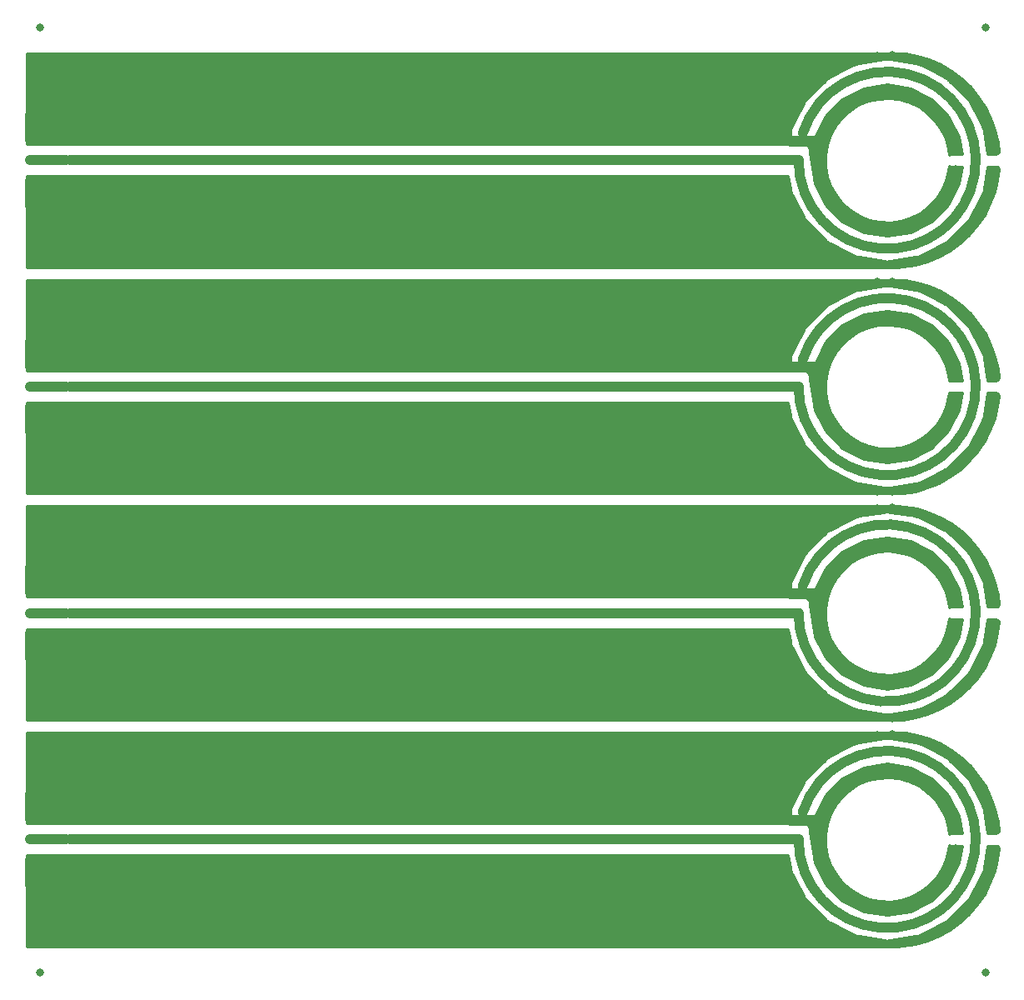
<source format=gbr>
G04 #@! TF.GenerationSoftware,KiCad,Pcbnew,(5.1.0)-1*
G04 #@! TF.CreationDate,2019-04-08T15:48:36-06:00*
G04 #@! TF.ProjectId,H-probe_poly_panelized,482d7072-6f62-4655-9f70-6f6c795f7061,rev?*
G04 #@! TF.SameCoordinates,Original*
G04 #@! TF.FileFunction,Copper,L2,Inr*
G04 #@! TF.FilePolarity,Positive*
%FSLAX46Y46*%
G04 Gerber Fmt 4.6, Leading zero omitted, Abs format (unit mm)*
G04 Created by KiCad (PCBNEW (5.1.0)-1) date 2019-04-08 15:48:36*
%MOMM*%
%LPD*%
G04 APERTURE LIST*
%ADD10C,1.000000*%
%ADD11C,0.100000*%
%ADD12C,0.800000*%
%ADD13C,6.400000*%
%ADD14R,4.190000X3.000000*%
%ADD15C,0.254000*%
G04 APERTURE END LIST*
D10*
X179000000Y-134500000D02*
G75*
G03X179440491Y-131718847I9000000J0D01*
G01*
D11*
G36*
X181000000Y-133000000D02*
G01*
X178000000Y-133000000D01*
X178000000Y-132000000D01*
X181000000Y-132000000D01*
X181000000Y-133000000D01*
G37*
X181000000Y-133000000D02*
X178000000Y-133000000D01*
X178000000Y-132000000D01*
X181000000Y-132000000D01*
X181000000Y-133000000D01*
D10*
X179000000Y-111500000D02*
G75*
G03X179440491Y-108718847I9000000J0D01*
G01*
D11*
G36*
X181000000Y-110000000D02*
G01*
X178000000Y-110000000D01*
X178000000Y-109000000D01*
X181000000Y-109000000D01*
X181000000Y-110000000D01*
G37*
X181000000Y-110000000D02*
X178000000Y-110000000D01*
X178000000Y-109000000D01*
X181000000Y-109000000D01*
X181000000Y-110000000D01*
D10*
X179000000Y-88500000D02*
G75*
G03X179440491Y-85718847I9000000J0D01*
G01*
D11*
G36*
X181000000Y-87000000D02*
G01*
X178000000Y-87000000D01*
X178000000Y-86000000D01*
X181000000Y-86000000D01*
X181000000Y-87000000D01*
G37*
X181000000Y-87000000D02*
X178000000Y-87000000D01*
X178000000Y-86000000D01*
X181000000Y-86000000D01*
X181000000Y-87000000D01*
G36*
X181000000Y-64000000D02*
G01*
X178000000Y-64000000D01*
X178000000Y-63000000D01*
X181000000Y-63000000D01*
X181000000Y-64000000D01*
G37*
X181000000Y-64000000D02*
X178000000Y-64000000D01*
X178000000Y-63000000D01*
X181000000Y-63000000D01*
X181000000Y-64000000D01*
D10*
X179000000Y-65500000D02*
G75*
G03X179440491Y-62718847I9000000J0D01*
G01*
D12*
X177197056Y-140302944D03*
X175500000Y-139600000D03*
X173802944Y-140302944D03*
X173100000Y-142000000D03*
X173802944Y-143697056D03*
X175500000Y-144400000D03*
X177197056Y-143697056D03*
X177900000Y-142000000D03*
D13*
X175500000Y-142000000D03*
D12*
X177197056Y-125302944D03*
X175500000Y-124600000D03*
X173802944Y-125302944D03*
X173100000Y-127000000D03*
X173802944Y-128697056D03*
X175500000Y-129400000D03*
X177197056Y-128697056D03*
X177900000Y-127000000D03*
D13*
X175500000Y-127000000D03*
D12*
X143197056Y-140302944D03*
X141500000Y-139600000D03*
X139802944Y-140302944D03*
X139100000Y-142000000D03*
X139802944Y-143697056D03*
X141500000Y-144400000D03*
X143197056Y-143697056D03*
X143900000Y-142000000D03*
D13*
X141500000Y-142000000D03*
D12*
X109197056Y-140302944D03*
X107500000Y-139600000D03*
X105802944Y-140302944D03*
X105100000Y-142000000D03*
X105802944Y-143697056D03*
X107500000Y-144400000D03*
X109197056Y-143697056D03*
X109900000Y-142000000D03*
D13*
X107500000Y-142000000D03*
D12*
X109197056Y-125302944D03*
X107500000Y-124600000D03*
X105802944Y-125302944D03*
X105100000Y-127000000D03*
X105802944Y-128697056D03*
X107500000Y-129400000D03*
X109197056Y-128697056D03*
X109900000Y-127000000D03*
D13*
X107500000Y-127000000D03*
D12*
X143197056Y-125302944D03*
X141500000Y-124600000D03*
X139802944Y-125302944D03*
X139100000Y-127000000D03*
X139802944Y-128697056D03*
X141500000Y-129400000D03*
X143197056Y-128697056D03*
X143900000Y-127000000D03*
D13*
X141500000Y-127000000D03*
D14*
X102500000Y-131175000D03*
X102500000Y-137825000D03*
D12*
X177197056Y-117302944D03*
X175500000Y-116600000D03*
X173802944Y-117302944D03*
X173100000Y-119000000D03*
X173802944Y-120697056D03*
X175500000Y-121400000D03*
X177197056Y-120697056D03*
X177900000Y-119000000D03*
D13*
X175500000Y-119000000D03*
D12*
X177197056Y-102302944D03*
X175500000Y-101600000D03*
X173802944Y-102302944D03*
X173100000Y-104000000D03*
X173802944Y-105697056D03*
X175500000Y-106400000D03*
X177197056Y-105697056D03*
X177900000Y-104000000D03*
D13*
X175500000Y-104000000D03*
D12*
X143197056Y-117302944D03*
X141500000Y-116600000D03*
X139802944Y-117302944D03*
X139100000Y-119000000D03*
X139802944Y-120697056D03*
X141500000Y-121400000D03*
X143197056Y-120697056D03*
X143900000Y-119000000D03*
D13*
X141500000Y-119000000D03*
D12*
X109197056Y-117302944D03*
X107500000Y-116600000D03*
X105802944Y-117302944D03*
X105100000Y-119000000D03*
X105802944Y-120697056D03*
X107500000Y-121400000D03*
X109197056Y-120697056D03*
X109900000Y-119000000D03*
D13*
X107500000Y-119000000D03*
D12*
X109197056Y-102302944D03*
X107500000Y-101600000D03*
X105802944Y-102302944D03*
X105100000Y-104000000D03*
X105802944Y-105697056D03*
X107500000Y-106400000D03*
X109197056Y-105697056D03*
X109900000Y-104000000D03*
D13*
X107500000Y-104000000D03*
D12*
X143197056Y-102302944D03*
X141500000Y-101600000D03*
X139802944Y-102302944D03*
X139100000Y-104000000D03*
X139802944Y-105697056D03*
X141500000Y-106400000D03*
X143197056Y-105697056D03*
X143900000Y-104000000D03*
D13*
X141500000Y-104000000D03*
D14*
X102500000Y-108175000D03*
X102500000Y-114825000D03*
D12*
X177197056Y-94302944D03*
X175500000Y-93600000D03*
X173802944Y-94302944D03*
X173100000Y-96000000D03*
X173802944Y-97697056D03*
X175500000Y-98400000D03*
X177197056Y-97697056D03*
X177900000Y-96000000D03*
D13*
X175500000Y-96000000D03*
D12*
X177197056Y-79302944D03*
X175500000Y-78600000D03*
X173802944Y-79302944D03*
X173100000Y-81000000D03*
X173802944Y-82697056D03*
X175500000Y-83400000D03*
X177197056Y-82697056D03*
X177900000Y-81000000D03*
D13*
X175500000Y-81000000D03*
D12*
X143197056Y-94302944D03*
X141500000Y-93600000D03*
X139802944Y-94302944D03*
X139100000Y-96000000D03*
X139802944Y-97697056D03*
X141500000Y-98400000D03*
X143197056Y-97697056D03*
X143900000Y-96000000D03*
D13*
X141500000Y-96000000D03*
D12*
X109197056Y-94302944D03*
X107500000Y-93600000D03*
X105802944Y-94302944D03*
X105100000Y-96000000D03*
X105802944Y-97697056D03*
X107500000Y-98400000D03*
X109197056Y-97697056D03*
X109900000Y-96000000D03*
D13*
X107500000Y-96000000D03*
D12*
X109197056Y-79302944D03*
X107500000Y-78600000D03*
X105802944Y-79302944D03*
X105100000Y-81000000D03*
X105802944Y-82697056D03*
X107500000Y-83400000D03*
X109197056Y-82697056D03*
X109900000Y-81000000D03*
D13*
X107500000Y-81000000D03*
D12*
X143197056Y-79302944D03*
X141500000Y-78600000D03*
X139802944Y-79302944D03*
X139100000Y-81000000D03*
X139802944Y-82697056D03*
X141500000Y-83400000D03*
X143197056Y-82697056D03*
X143900000Y-81000000D03*
D13*
X141500000Y-81000000D03*
D14*
X102500000Y-85175000D03*
X102500000Y-91825000D03*
X102500000Y-68825000D03*
X102500000Y-62175000D03*
D13*
X141500000Y-58000000D03*
D12*
X143900000Y-58000000D03*
X143197056Y-59697056D03*
X141500000Y-60400000D03*
X139802944Y-59697056D03*
X139100000Y-58000000D03*
X139802944Y-56302944D03*
X141500000Y-55600000D03*
X143197056Y-56302944D03*
D13*
X107500000Y-58000000D03*
D12*
X109900000Y-58000000D03*
X109197056Y-59697056D03*
X107500000Y-60400000D03*
X105802944Y-59697056D03*
X105100000Y-58000000D03*
X105802944Y-56302944D03*
X107500000Y-55600000D03*
X109197056Y-56302944D03*
D13*
X107500000Y-73000000D03*
D12*
X109900000Y-73000000D03*
X109197056Y-74697056D03*
X107500000Y-75400000D03*
X105802944Y-74697056D03*
X105100000Y-73000000D03*
X105802944Y-71302944D03*
X107500000Y-70600000D03*
X109197056Y-71302944D03*
D13*
X141500000Y-73000000D03*
D12*
X143900000Y-73000000D03*
X143197056Y-74697056D03*
X141500000Y-75400000D03*
X139802944Y-74697056D03*
X139100000Y-73000000D03*
X139802944Y-71302944D03*
X141500000Y-70600000D03*
X143197056Y-71302944D03*
D13*
X175500000Y-58000000D03*
D12*
X177900000Y-58000000D03*
X177197056Y-59697056D03*
X175500000Y-60400000D03*
X173802944Y-59697056D03*
X173100000Y-58000000D03*
X173802944Y-56302944D03*
X175500000Y-55600000D03*
X177197056Y-56302944D03*
D13*
X175500000Y-73000000D03*
D12*
X177900000Y-73000000D03*
X177197056Y-74697056D03*
X175500000Y-75400000D03*
X173802944Y-74697056D03*
X173100000Y-73000000D03*
X173802944Y-71302944D03*
X175500000Y-70600000D03*
X177197056Y-71302944D03*
X198000000Y-52000000D03*
X102000000Y-52000000D03*
X102000000Y-148000000D03*
X198000000Y-148000000D03*
X181000000Y-99000000D03*
X182500000Y-99000000D03*
X178000000Y-78000000D03*
X179500000Y-99000000D03*
X178000000Y-99000000D03*
X179500000Y-78000000D03*
X181000000Y-78000000D03*
X182500000Y-78000000D03*
X110000000Y-99000000D03*
X111500000Y-99000000D03*
X113000000Y-99000000D03*
X114500000Y-99000000D03*
X116000000Y-99000000D03*
X117500000Y-99000000D03*
X119000000Y-99000000D03*
X120500000Y-99000000D03*
X122000000Y-99000000D03*
X123500000Y-99000000D03*
X125000000Y-99000000D03*
X126500000Y-99000000D03*
X128000000Y-99000000D03*
X129500000Y-99000000D03*
X131000000Y-99000000D03*
X132500000Y-99000000D03*
X134000000Y-99000000D03*
X135500000Y-99000000D03*
X137000000Y-99000000D03*
X138500000Y-99000000D03*
X144000000Y-99000000D03*
X145500000Y-99000000D03*
X147000000Y-99000000D03*
X148500000Y-99000000D03*
X150000000Y-99000000D03*
X151500000Y-99000000D03*
X153000000Y-99000000D03*
X154500000Y-99000000D03*
X156000000Y-99000000D03*
X157500000Y-99000000D03*
X159000000Y-99000000D03*
X160500000Y-99000000D03*
X162000000Y-99000000D03*
X163500000Y-99000000D03*
X165000000Y-99000000D03*
X166500000Y-99000000D03*
X168000000Y-99000000D03*
X169500000Y-99000000D03*
X171000000Y-99000000D03*
X172500000Y-99000000D03*
X110000000Y-78000000D03*
X111500000Y-78000000D03*
X113000000Y-78000000D03*
X114500000Y-78000000D03*
X116000000Y-78000000D03*
X117500000Y-78000000D03*
X119000000Y-78000000D03*
X120500000Y-78000000D03*
X122000000Y-78000000D03*
X123500000Y-78000000D03*
X125000000Y-78000000D03*
X126500000Y-78000000D03*
X128000000Y-78000000D03*
X129500000Y-78000000D03*
X131000000Y-78000000D03*
X132500000Y-78000000D03*
X134000000Y-78000000D03*
X135500000Y-78000000D03*
X137000000Y-78000000D03*
X138500000Y-78000000D03*
X144000000Y-78000000D03*
X145500000Y-78000000D03*
X147000000Y-78000000D03*
X148500000Y-78000000D03*
X150000000Y-78000000D03*
X151500000Y-78000000D03*
X153000000Y-78000000D03*
X154500000Y-78000000D03*
X156000000Y-78000000D03*
X157500000Y-78000000D03*
X159000000Y-78000000D03*
X160500000Y-78000000D03*
X162000000Y-78000000D03*
X163500000Y-78000000D03*
X165000000Y-78000000D03*
X166500000Y-78000000D03*
X168000000Y-78000000D03*
X169500000Y-78000000D03*
X171000000Y-78000000D03*
X172500000Y-78000000D03*
X105500000Y-78000000D03*
X104000000Y-78000000D03*
X101000000Y-78000000D03*
X102500000Y-78000000D03*
X104000000Y-99000000D03*
X105500000Y-99000000D03*
X101000000Y-99000000D03*
X102500000Y-99000000D03*
X104000000Y-93000000D03*
X102500000Y-93000000D03*
X101000000Y-93000000D03*
X104000000Y-84000000D03*
X102500000Y-84000000D03*
X101000000Y-84000000D03*
X140000000Y-86500000D03*
X138500000Y-86500000D03*
X102500000Y-86500000D03*
X108500000Y-86500000D03*
X111500000Y-86500000D03*
X129500000Y-86500000D03*
X131000000Y-86500000D03*
X132500000Y-86500000D03*
X134000000Y-86500000D03*
X126500000Y-86500000D03*
X119000000Y-86500000D03*
X117500000Y-86500000D03*
X101000000Y-86500000D03*
X107000000Y-86500000D03*
X125000000Y-86500000D03*
X137000000Y-86500000D03*
X128000000Y-86500000D03*
X116000000Y-86500000D03*
X114500000Y-86500000D03*
X123500000Y-86500000D03*
X105500000Y-86500000D03*
X110000000Y-86500000D03*
X135500000Y-86500000D03*
X113000000Y-86500000D03*
X122000000Y-86500000D03*
X104000000Y-86500000D03*
X120500000Y-86500000D03*
X141500000Y-86500000D03*
X177500000Y-86500000D03*
X176000000Y-86500000D03*
X144500000Y-86500000D03*
X143000000Y-86500000D03*
X147500000Y-86500000D03*
X150500000Y-86500000D03*
X146000000Y-86500000D03*
X149000000Y-86500000D03*
X158000000Y-86500000D03*
X152000000Y-86500000D03*
X152000000Y-86500000D03*
X153500000Y-86500000D03*
X155000000Y-86500000D03*
X156500000Y-86500000D03*
X161000000Y-86500000D03*
X159500000Y-86500000D03*
X162500000Y-86500000D03*
X164000000Y-86500000D03*
X165500000Y-86500000D03*
X167000000Y-86500000D03*
X168500000Y-86500000D03*
X170000000Y-86500000D03*
X171500000Y-86500000D03*
X173000000Y-86500000D03*
X174500000Y-86500000D03*
X104000000Y-90500000D03*
X102500000Y-90500000D03*
X101000000Y-90500000D03*
X101000000Y-79500000D03*
X101000000Y-97500000D03*
X179000000Y-86500000D03*
X107000000Y-90500000D03*
X105500000Y-90500000D03*
X108500000Y-90500000D03*
X110000000Y-90500000D03*
X111500000Y-90500000D03*
X113000000Y-90500000D03*
X114500000Y-90500000D03*
X116000000Y-90500000D03*
X117500000Y-90500000D03*
X119000000Y-90500000D03*
X120500000Y-90500000D03*
X122000000Y-90500000D03*
X123500000Y-90500000D03*
X125000000Y-90500000D03*
X126500000Y-90500000D03*
X128000000Y-90500000D03*
X129500000Y-90500000D03*
X131000000Y-90500000D03*
X132500000Y-90500000D03*
X134000000Y-90500000D03*
X135500000Y-90500000D03*
X137000000Y-90500000D03*
X138500000Y-90500000D03*
X140000000Y-90500000D03*
X141500000Y-90500000D03*
X143000000Y-90500000D03*
X144500000Y-90500000D03*
X146000000Y-90500000D03*
X147500000Y-90500000D03*
X149000000Y-90500000D03*
X150500000Y-90500000D03*
X152000000Y-90500000D03*
X152000000Y-90500000D03*
X153500000Y-90500000D03*
X155000000Y-90500000D03*
X156500000Y-90500000D03*
X158000000Y-90500000D03*
X159500000Y-90500000D03*
X161000000Y-90500000D03*
X162500000Y-90500000D03*
X164000000Y-90500000D03*
X165500000Y-90500000D03*
X167000000Y-90500000D03*
X168500000Y-90500000D03*
X170000000Y-90500000D03*
X171500000Y-90500000D03*
X173000000Y-90500000D03*
X174500000Y-90500000D03*
X176000000Y-90500000D03*
X177500000Y-90500000D03*
X181000000Y-88500000D03*
X181160681Y-89991213D03*
X181635347Y-91413966D03*
X182402207Y-92702942D03*
X183426056Y-93798965D03*
X184659889Y-94651720D03*
X186047062Y-95222056D03*
X187523893Y-95483790D03*
X189022581Y-95424906D03*
X190474324Y-95048108D03*
X191812473Y-94370694D03*
X192975596Y-93423763D03*
X193910295Y-92250788D03*
X194573660Y-90905618D03*
X194935235Y-89450009D03*
X181160681Y-87008787D03*
X181635347Y-85586034D03*
X182402207Y-84297058D03*
X183426056Y-83201035D03*
X184659889Y-82348280D03*
X186047062Y-81777944D03*
X187523893Y-81516210D03*
X189022581Y-81575094D03*
X190474324Y-81951892D03*
X191812473Y-82629306D03*
X192975596Y-83576237D03*
X193910295Y-84749212D03*
X194573660Y-86094382D03*
X194935235Y-87549991D03*
X177892607Y-91977156D03*
X178491886Y-93383213D03*
X179285582Y-94689421D03*
X180257467Y-95869069D03*
X181387667Y-96898039D03*
X182653074Y-97755289D03*
X184027812Y-98423292D03*
X185483771Y-98888387D03*
X186991181Y-99141066D03*
X188519219Y-99176161D03*
X190036640Y-98992955D03*
X191512416Y-98595193D03*
X192916373Y-97991010D03*
X194219802Y-97192759D03*
X195396051Y-96216763D03*
X196421069Y-95082978D03*
X197273897Y-93814587D03*
X197937097Y-92437525D03*
X198397107Y-90979952D03*
X198644523Y-89471669D03*
X177892607Y-85022844D03*
X178491886Y-83616787D03*
X179285582Y-82310579D03*
X180257467Y-81130931D03*
X181387667Y-80101961D03*
X182653074Y-79244711D03*
X184027812Y-78576708D03*
X185483771Y-78111613D03*
X186991181Y-77858934D03*
X188519219Y-77823839D03*
X190036640Y-78007045D03*
X191512416Y-78404807D03*
X192916373Y-79008990D03*
X194219802Y-79807241D03*
X195396051Y-80783237D03*
X196421069Y-81917022D03*
X197273897Y-83185413D03*
X197937097Y-84562475D03*
X198397107Y-86020048D03*
X198644523Y-87528331D03*
X180000000Y-86500000D03*
X101000000Y-81000000D03*
X101000000Y-82500000D03*
X101000000Y-96000000D03*
X101000000Y-94500000D03*
X101000000Y-88500000D03*
X104000000Y-88500000D03*
X102500000Y-88500632D03*
X181000000Y-122000000D03*
X182500000Y-122000000D03*
X178000000Y-101000000D03*
X179500000Y-122000000D03*
X178000000Y-122000000D03*
X179500000Y-101000000D03*
X181000000Y-101000000D03*
X182500000Y-101000000D03*
X110000000Y-122000000D03*
X111500000Y-122000000D03*
X113000000Y-122000000D03*
X114500000Y-122000000D03*
X116000000Y-122000000D03*
X117500000Y-122000000D03*
X119000000Y-122000000D03*
X120500000Y-122000000D03*
X122000000Y-122000000D03*
X123500000Y-122000000D03*
X125000000Y-122000000D03*
X126500000Y-122000000D03*
X128000000Y-122000000D03*
X129500000Y-122000000D03*
X131000000Y-122000000D03*
X132500000Y-122000000D03*
X134000000Y-122000000D03*
X135500000Y-122000000D03*
X137000000Y-122000000D03*
X138500000Y-122000000D03*
X144000000Y-122000000D03*
X145500000Y-122000000D03*
X147000000Y-122000000D03*
X148500000Y-122000000D03*
X150000000Y-122000000D03*
X151500000Y-122000000D03*
X153000000Y-122000000D03*
X154500000Y-122000000D03*
X156000000Y-122000000D03*
X157500000Y-122000000D03*
X159000000Y-122000000D03*
X160500000Y-122000000D03*
X162000000Y-122000000D03*
X163500000Y-122000000D03*
X165000000Y-122000000D03*
X166500000Y-122000000D03*
X168000000Y-122000000D03*
X169500000Y-122000000D03*
X171000000Y-122000000D03*
X172500000Y-122000000D03*
X110000000Y-101000000D03*
X111500000Y-101000000D03*
X113000000Y-101000000D03*
X114500000Y-101000000D03*
X116000000Y-101000000D03*
X117500000Y-101000000D03*
X119000000Y-101000000D03*
X120500000Y-101000000D03*
X122000000Y-101000000D03*
X123500000Y-101000000D03*
X125000000Y-101000000D03*
X126500000Y-101000000D03*
X128000000Y-101000000D03*
X129500000Y-101000000D03*
X131000000Y-101000000D03*
X132500000Y-101000000D03*
X134000000Y-101000000D03*
X135500000Y-101000000D03*
X137000000Y-101000000D03*
X138500000Y-101000000D03*
X144000000Y-101000000D03*
X145500000Y-101000000D03*
X147000000Y-101000000D03*
X148500000Y-101000000D03*
X150000000Y-101000000D03*
X151500000Y-101000000D03*
X153000000Y-101000000D03*
X154500000Y-101000000D03*
X156000000Y-101000000D03*
X157500000Y-101000000D03*
X159000000Y-101000000D03*
X160500000Y-101000000D03*
X162000000Y-101000000D03*
X163500000Y-101000000D03*
X165000000Y-101000000D03*
X166500000Y-101000000D03*
X168000000Y-101000000D03*
X169500000Y-101000000D03*
X171000000Y-101000000D03*
X172500000Y-101000000D03*
X105500000Y-101000000D03*
X104000000Y-101000000D03*
X101000000Y-101000000D03*
X102500000Y-101000000D03*
X104000000Y-122000000D03*
X105500000Y-122000000D03*
X101000000Y-122000000D03*
X102500000Y-122000000D03*
X104000000Y-116000000D03*
X102500000Y-116000000D03*
X101000000Y-116000000D03*
X104000000Y-107000000D03*
X102500000Y-107000000D03*
X101000000Y-107000000D03*
X140000000Y-109500000D03*
X138500000Y-109500000D03*
X102500000Y-109500000D03*
X108500000Y-109500000D03*
X111500000Y-109500000D03*
X129500000Y-109500000D03*
X131000000Y-109500000D03*
X132500000Y-109500000D03*
X134000000Y-109500000D03*
X126500000Y-109500000D03*
X119000000Y-109500000D03*
X117500000Y-109500000D03*
X101000000Y-109500000D03*
X107000000Y-109500000D03*
X125000000Y-109500000D03*
X137000000Y-109500000D03*
X128000000Y-109500000D03*
X116000000Y-109500000D03*
X114500000Y-109500000D03*
X123500000Y-109500000D03*
X105500000Y-109500000D03*
X110000000Y-109500000D03*
X135500000Y-109500000D03*
X113000000Y-109500000D03*
X122000000Y-109500000D03*
X104000000Y-109500000D03*
X120500000Y-109500000D03*
X141500000Y-109500000D03*
X177500000Y-109500000D03*
X176000000Y-109500000D03*
X144500000Y-109500000D03*
X143000000Y-109500000D03*
X147500000Y-109500000D03*
X150500000Y-109500000D03*
X146000000Y-109500000D03*
X149000000Y-109500000D03*
X158000000Y-109500000D03*
X152000000Y-109500000D03*
X152000000Y-109500000D03*
X153500000Y-109500000D03*
X155000000Y-109500000D03*
X156500000Y-109500000D03*
X161000000Y-109500000D03*
X159500000Y-109500000D03*
X162500000Y-109500000D03*
X164000000Y-109500000D03*
X165500000Y-109500000D03*
X167000000Y-109500000D03*
X168500000Y-109500000D03*
X170000000Y-109500000D03*
X171500000Y-109500000D03*
X173000000Y-109500000D03*
X174500000Y-109500000D03*
X104000000Y-113500000D03*
X102500000Y-113500000D03*
X101000000Y-113500000D03*
X101000000Y-102500000D03*
X101000000Y-120500000D03*
X179000000Y-109500000D03*
X107000000Y-113500000D03*
X105500000Y-113500000D03*
X108500000Y-113500000D03*
X110000000Y-113500000D03*
X111500000Y-113500000D03*
X113000000Y-113500000D03*
X114500000Y-113500000D03*
X116000000Y-113500000D03*
X117500000Y-113500000D03*
X119000000Y-113500000D03*
X120500000Y-113500000D03*
X122000000Y-113500000D03*
X123500000Y-113500000D03*
X125000000Y-113500000D03*
X126500000Y-113500000D03*
X128000000Y-113500000D03*
X129500000Y-113500000D03*
X131000000Y-113500000D03*
X132500000Y-113500000D03*
X134000000Y-113500000D03*
X135500000Y-113500000D03*
X137000000Y-113500000D03*
X138500000Y-113500000D03*
X140000000Y-113500000D03*
X141500000Y-113500000D03*
X143000000Y-113500000D03*
X144500000Y-113500000D03*
X146000000Y-113500000D03*
X147500000Y-113500000D03*
X149000000Y-113500000D03*
X150500000Y-113500000D03*
X152000000Y-113500000D03*
X152000000Y-113500000D03*
X153500000Y-113500000D03*
X155000000Y-113500000D03*
X156500000Y-113500000D03*
X158000000Y-113500000D03*
X159500000Y-113500000D03*
X161000000Y-113500000D03*
X162500000Y-113500000D03*
X164000000Y-113500000D03*
X165500000Y-113500000D03*
X167000000Y-113500000D03*
X168500000Y-113500000D03*
X170000000Y-113500000D03*
X171500000Y-113500000D03*
X173000000Y-113500000D03*
X174500000Y-113500000D03*
X176000000Y-113500000D03*
X177500000Y-113500000D03*
X181000000Y-111500000D03*
X181160681Y-112991213D03*
X181635347Y-114413966D03*
X182402207Y-115702942D03*
X183426056Y-116798965D03*
X184659889Y-117651720D03*
X186047062Y-118222056D03*
X187523893Y-118483790D03*
X189022581Y-118424906D03*
X190474324Y-118048108D03*
X191812473Y-117370694D03*
X192975596Y-116423763D03*
X193910295Y-115250788D03*
X194573660Y-113905618D03*
X194935235Y-112450009D03*
X181160681Y-110008787D03*
X181635347Y-108586034D03*
X182402207Y-107297058D03*
X183426056Y-106201035D03*
X184659889Y-105348280D03*
X186047062Y-104777944D03*
X187523893Y-104516210D03*
X189022581Y-104575094D03*
X190474324Y-104951892D03*
X191812473Y-105629306D03*
X192975596Y-106576237D03*
X193910295Y-107749212D03*
X194573660Y-109094382D03*
X194935235Y-110549991D03*
X177892607Y-114977156D03*
X178491886Y-116383213D03*
X179285582Y-117689421D03*
X180257467Y-118869069D03*
X181387667Y-119898039D03*
X182653074Y-120755289D03*
X184027812Y-121423292D03*
X185483771Y-121888387D03*
X186991181Y-122141066D03*
X188519219Y-122176161D03*
X190036640Y-121992955D03*
X191512416Y-121595193D03*
X192916373Y-120991010D03*
X194219802Y-120192759D03*
X195396051Y-119216763D03*
X196421069Y-118082978D03*
X197273897Y-116814587D03*
X197937097Y-115437525D03*
X198397107Y-113979952D03*
X198644523Y-112471669D03*
X177892607Y-108022844D03*
X178491886Y-106616787D03*
X179285582Y-105310579D03*
X180257467Y-104130931D03*
X181387667Y-103101961D03*
X182653074Y-102244711D03*
X184027812Y-101576708D03*
X185483771Y-101111613D03*
X186991181Y-100858934D03*
X188519219Y-100823839D03*
X190036640Y-101007045D03*
X191512416Y-101404807D03*
X192916373Y-102008990D03*
X194219802Y-102807241D03*
X195396051Y-103783237D03*
X196421069Y-104917022D03*
X197273897Y-106185413D03*
X197937097Y-107562475D03*
X198397107Y-109020048D03*
X198644523Y-110528331D03*
X180000000Y-109500000D03*
X101000000Y-104000000D03*
X101000000Y-105500000D03*
X101000000Y-119000000D03*
X101000000Y-117500000D03*
X101000000Y-111500000D03*
X104000000Y-111500000D03*
X102500000Y-111500632D03*
X181000000Y-145000000D03*
X182500000Y-145000000D03*
X178000000Y-124000000D03*
X179500000Y-145000000D03*
X178000000Y-145000000D03*
X179500000Y-124000000D03*
X181000000Y-124000000D03*
X182500000Y-124000000D03*
X110000000Y-145000000D03*
X111500000Y-145000000D03*
X113000000Y-145000000D03*
X114500000Y-145000000D03*
X116000000Y-145000000D03*
X117500000Y-145000000D03*
X119000000Y-145000000D03*
X120500000Y-145000000D03*
X122000000Y-145000000D03*
X123500000Y-145000000D03*
X125000000Y-145000000D03*
X126500000Y-145000000D03*
X128000000Y-145000000D03*
X129500000Y-145000000D03*
X131000000Y-145000000D03*
X132500000Y-145000000D03*
X134000000Y-145000000D03*
X135500000Y-145000000D03*
X137000000Y-145000000D03*
X138500000Y-145000000D03*
X144000000Y-145000000D03*
X145500000Y-145000000D03*
X147000000Y-145000000D03*
X148500000Y-145000000D03*
X150000000Y-145000000D03*
X151500000Y-145000000D03*
X153000000Y-145000000D03*
X154500000Y-145000000D03*
X156000000Y-145000000D03*
X157500000Y-145000000D03*
X159000000Y-145000000D03*
X160500000Y-145000000D03*
X162000000Y-145000000D03*
X163500000Y-145000000D03*
X165000000Y-145000000D03*
X166500000Y-145000000D03*
X168000000Y-145000000D03*
X169500000Y-145000000D03*
X171000000Y-145000000D03*
X172500000Y-145000000D03*
X110000000Y-124000000D03*
X111500000Y-124000000D03*
X113000000Y-124000000D03*
X114500000Y-124000000D03*
X116000000Y-124000000D03*
X117500000Y-124000000D03*
X119000000Y-124000000D03*
X120500000Y-124000000D03*
X122000000Y-124000000D03*
X123500000Y-124000000D03*
X125000000Y-124000000D03*
X126500000Y-124000000D03*
X128000000Y-124000000D03*
X129500000Y-124000000D03*
X131000000Y-124000000D03*
X132500000Y-124000000D03*
X134000000Y-124000000D03*
X135500000Y-124000000D03*
X137000000Y-124000000D03*
X138500000Y-124000000D03*
X144000000Y-124000000D03*
X145500000Y-124000000D03*
X147000000Y-124000000D03*
X148500000Y-124000000D03*
X150000000Y-124000000D03*
X151500000Y-124000000D03*
X153000000Y-124000000D03*
X154500000Y-124000000D03*
X156000000Y-124000000D03*
X157500000Y-124000000D03*
X159000000Y-124000000D03*
X160500000Y-124000000D03*
X162000000Y-124000000D03*
X163500000Y-124000000D03*
X165000000Y-124000000D03*
X166500000Y-124000000D03*
X168000000Y-124000000D03*
X169500000Y-124000000D03*
X171000000Y-124000000D03*
X172500000Y-124000000D03*
X105500000Y-124000000D03*
X104000000Y-124000000D03*
X101000000Y-124000000D03*
X102500000Y-124000000D03*
X104000000Y-145000000D03*
X105500000Y-145000000D03*
X101000000Y-145000000D03*
X102500000Y-145000000D03*
X104000000Y-139000000D03*
X102500000Y-139000000D03*
X101000000Y-139000000D03*
X104000000Y-130000000D03*
X102500000Y-130000000D03*
X101000000Y-130000000D03*
X140000000Y-132500000D03*
X138500000Y-132500000D03*
X102500000Y-132500000D03*
X108500000Y-132500000D03*
X111500000Y-132500000D03*
X129500000Y-132500000D03*
X131000000Y-132500000D03*
X132500000Y-132500000D03*
X134000000Y-132500000D03*
X126500000Y-132500000D03*
X119000000Y-132500000D03*
X117500000Y-132500000D03*
X101000000Y-132500000D03*
X107000000Y-132500000D03*
X125000000Y-132500000D03*
X137000000Y-132500000D03*
X128000000Y-132500000D03*
X116000000Y-132500000D03*
X114500000Y-132500000D03*
X123500000Y-132500000D03*
X105500000Y-132500000D03*
X110000000Y-132500000D03*
X135500000Y-132500000D03*
X113000000Y-132500000D03*
X122000000Y-132500000D03*
X104000000Y-132500000D03*
X120500000Y-132500000D03*
X141500000Y-132500000D03*
X177500000Y-132500000D03*
X176000000Y-132500000D03*
X144500000Y-132500000D03*
X143000000Y-132500000D03*
X147500000Y-132500000D03*
X150500000Y-132500000D03*
X146000000Y-132500000D03*
X149000000Y-132500000D03*
X158000000Y-132500000D03*
X152000000Y-132500000D03*
X152000000Y-132500000D03*
X153500000Y-132500000D03*
X155000000Y-132500000D03*
X156500000Y-132500000D03*
X161000000Y-132500000D03*
X159500000Y-132500000D03*
X162500000Y-132500000D03*
X164000000Y-132500000D03*
X165500000Y-132500000D03*
X167000000Y-132500000D03*
X168500000Y-132500000D03*
X170000000Y-132500000D03*
X171500000Y-132500000D03*
X173000000Y-132500000D03*
X174500000Y-132500000D03*
X104000000Y-136500000D03*
X102500000Y-136500000D03*
X101000000Y-136500000D03*
X101000000Y-125500000D03*
X101000000Y-143500000D03*
X179000000Y-132500000D03*
X107000000Y-136500000D03*
X105500000Y-136500000D03*
X108500000Y-136500000D03*
X110000000Y-136500000D03*
X111500000Y-136500000D03*
X113000000Y-136500000D03*
X114500000Y-136500000D03*
X116000000Y-136500000D03*
X117500000Y-136500000D03*
X119000000Y-136500000D03*
X120500000Y-136500000D03*
X122000000Y-136500000D03*
X123500000Y-136500000D03*
X125000000Y-136500000D03*
X126500000Y-136500000D03*
X128000000Y-136500000D03*
X129500000Y-136500000D03*
X131000000Y-136500000D03*
X132500000Y-136500000D03*
X134000000Y-136500000D03*
X135500000Y-136500000D03*
X137000000Y-136500000D03*
X138500000Y-136500000D03*
X140000000Y-136500000D03*
X141500000Y-136500000D03*
X143000000Y-136500000D03*
X144500000Y-136500000D03*
X146000000Y-136500000D03*
X147500000Y-136500000D03*
X149000000Y-136500000D03*
X150500000Y-136500000D03*
X152000000Y-136500000D03*
X152000000Y-136500000D03*
X153500000Y-136500000D03*
X155000000Y-136500000D03*
X156500000Y-136500000D03*
X158000000Y-136500000D03*
X159500000Y-136500000D03*
X161000000Y-136500000D03*
X162500000Y-136500000D03*
X164000000Y-136500000D03*
X165500000Y-136500000D03*
X167000000Y-136500000D03*
X168500000Y-136500000D03*
X170000000Y-136500000D03*
X171500000Y-136500000D03*
X173000000Y-136500000D03*
X174500000Y-136500000D03*
X176000000Y-136500000D03*
X177500000Y-136500000D03*
X181000000Y-134500000D03*
X181160681Y-135991213D03*
X181635347Y-137413966D03*
X182402207Y-138702942D03*
X183426056Y-139798965D03*
X184659889Y-140651720D03*
X186047062Y-141222056D03*
X187523893Y-141483790D03*
X189022581Y-141424906D03*
X190474324Y-141048108D03*
X191812473Y-140370694D03*
X192975596Y-139423763D03*
X193910295Y-138250788D03*
X194573660Y-136905618D03*
X194935235Y-135450009D03*
X181160681Y-133008787D03*
X181635347Y-131586034D03*
X182402207Y-130297058D03*
X183426056Y-129201035D03*
X184659889Y-128348280D03*
X186047062Y-127777944D03*
X187523893Y-127516210D03*
X189022581Y-127575094D03*
X190474324Y-127951892D03*
X191812473Y-128629306D03*
X192975596Y-129576237D03*
X193910295Y-130749212D03*
X194573660Y-132094382D03*
X194935235Y-133549991D03*
X177892607Y-137977156D03*
X178491886Y-139383213D03*
X179285582Y-140689421D03*
X180257467Y-141869069D03*
X181387667Y-142898039D03*
X182653074Y-143755289D03*
X184027812Y-144423292D03*
X185483771Y-144888387D03*
X186991181Y-145141066D03*
X188519219Y-145176161D03*
X190036640Y-144992955D03*
X191512416Y-144595193D03*
X192916373Y-143991010D03*
X194219802Y-143192759D03*
X195396051Y-142216763D03*
X196421069Y-141082978D03*
X197273897Y-139814587D03*
X197937097Y-138437525D03*
X198397107Y-136979952D03*
X198644523Y-135471669D03*
X177892607Y-131022844D03*
X178491886Y-129616787D03*
X179285582Y-128310579D03*
X180257467Y-127130931D03*
X181387667Y-126101961D03*
X182653074Y-125244711D03*
X184027812Y-124576708D03*
X185483771Y-124111613D03*
X186991181Y-123858934D03*
X188519219Y-123823839D03*
X190036640Y-124007045D03*
X191512416Y-124404807D03*
X192916373Y-125008990D03*
X194219802Y-125807241D03*
X195396051Y-126783237D03*
X196421069Y-127917022D03*
X197273897Y-129185413D03*
X197937097Y-130562475D03*
X198397107Y-132020048D03*
X198644523Y-133528331D03*
X180000000Y-132500000D03*
X101000000Y-127000000D03*
X101000000Y-128500000D03*
X101000000Y-142000000D03*
X101000000Y-140500000D03*
X101000000Y-134500000D03*
X104000000Y-134500000D03*
X102500000Y-134500632D03*
X178000000Y-76000000D03*
X179500000Y-76000000D03*
X181000000Y-76000000D03*
X182500000Y-76000000D03*
X178000000Y-55000000D03*
X179500000Y-55000000D03*
X181000000Y-55000000D03*
X182500000Y-55000000D03*
X110000000Y-76000000D03*
X111500000Y-76000000D03*
X113000000Y-76000000D03*
X114500000Y-76000000D03*
X116000000Y-76000000D03*
X117500000Y-76000000D03*
X119000000Y-76000000D03*
X120500000Y-76000000D03*
X122000000Y-76000000D03*
X123500000Y-76000000D03*
X125000000Y-76000000D03*
X126500000Y-76000000D03*
X128000000Y-76000000D03*
X129500000Y-76000000D03*
X131000000Y-76000000D03*
X132500000Y-76000000D03*
X134000000Y-76000000D03*
X135500000Y-76000000D03*
X137000000Y-76000000D03*
X138500000Y-76000000D03*
X144000000Y-76000000D03*
X145500000Y-76000000D03*
X147000000Y-76000000D03*
X148500000Y-76000000D03*
X150000000Y-76000000D03*
X151500000Y-76000000D03*
X153000000Y-76000000D03*
X154500000Y-76000000D03*
X156000000Y-76000000D03*
X157500000Y-76000000D03*
X159000000Y-76000000D03*
X160500000Y-76000000D03*
X162000000Y-76000000D03*
X163500000Y-76000000D03*
X165000000Y-76000000D03*
X166500000Y-76000000D03*
X168000000Y-76000000D03*
X169500000Y-76000000D03*
X171000000Y-76000000D03*
X172500000Y-76000000D03*
X110000000Y-55000000D03*
X111500000Y-55000000D03*
X113000000Y-55000000D03*
X114500000Y-55000000D03*
X116000000Y-55000000D03*
X117500000Y-55000000D03*
X119000000Y-55000000D03*
X120500000Y-55000000D03*
X122000000Y-55000000D03*
X123500000Y-55000000D03*
X125000000Y-55000000D03*
X126500000Y-55000000D03*
X128000000Y-55000000D03*
X129500000Y-55000000D03*
X131000000Y-55000000D03*
X132500000Y-55000000D03*
X134000000Y-55000000D03*
X135500000Y-55000000D03*
X137000000Y-55000000D03*
X138500000Y-55000000D03*
X144000000Y-55000000D03*
X145500000Y-55000000D03*
X147000000Y-55000000D03*
X148500000Y-55000000D03*
X150000000Y-55000000D03*
X151500000Y-55000000D03*
X153000000Y-55000000D03*
X154500000Y-55000000D03*
X156000000Y-55000000D03*
X157500000Y-55000000D03*
X159000000Y-55000000D03*
X160500000Y-55000000D03*
X162000000Y-55000000D03*
X163500000Y-55000000D03*
X165000000Y-55000000D03*
X166500000Y-55000000D03*
X168000000Y-55000000D03*
X169500000Y-55000000D03*
X171000000Y-55000000D03*
X172500000Y-55000000D03*
X105500000Y-55000000D03*
X104000000Y-55000000D03*
X101000000Y-55000000D03*
X102500000Y-55000000D03*
X104000000Y-76000000D03*
X105500000Y-76000000D03*
X101000000Y-76000000D03*
X102500000Y-76000000D03*
X104000000Y-70000000D03*
X102500000Y-70000000D03*
X101000000Y-70000000D03*
X104000000Y-61000000D03*
X102500000Y-61000000D03*
X101000000Y-61000000D03*
X140000000Y-63500000D03*
X138500000Y-63500000D03*
X102500000Y-63500000D03*
X108500000Y-63500000D03*
X111500000Y-63500000D03*
X129500000Y-63500000D03*
X131000000Y-63500000D03*
X132500000Y-63500000D03*
X134000000Y-63500000D03*
X126500000Y-63500000D03*
X119000000Y-63500000D03*
X117500000Y-63500000D03*
X101000000Y-63500000D03*
X107000000Y-63500000D03*
X125000000Y-63500000D03*
X137000000Y-63500000D03*
X128000000Y-63500000D03*
X116000000Y-63500000D03*
X114500000Y-63500000D03*
X123500000Y-63500000D03*
X105500000Y-63500000D03*
X110000000Y-63500000D03*
X135500000Y-63500000D03*
X113000000Y-63500000D03*
X122000000Y-63500000D03*
X104000000Y-63500000D03*
X120500000Y-63500000D03*
X141500000Y-63500000D03*
X177500000Y-63500000D03*
X176000000Y-63500000D03*
X144500000Y-63500000D03*
X143000000Y-63500000D03*
X147500000Y-63500000D03*
X150500000Y-63500000D03*
X146000000Y-63500000D03*
X149000000Y-63500000D03*
X158000000Y-63500000D03*
X152000000Y-63500000D03*
X152000000Y-63500000D03*
X153500000Y-63500000D03*
X155000000Y-63500000D03*
X156500000Y-63500000D03*
X161000000Y-63500000D03*
X159500000Y-63500000D03*
X162500000Y-63500000D03*
X164000000Y-63500000D03*
X165500000Y-63500000D03*
X167000000Y-63500000D03*
X168500000Y-63500000D03*
X170000000Y-63500000D03*
X171500000Y-63500000D03*
X173000000Y-63500000D03*
X174500000Y-63500000D03*
X104000000Y-67500000D03*
X102500000Y-67500000D03*
X101000000Y-67500000D03*
X101000000Y-56500000D03*
X101000000Y-74500000D03*
X179000000Y-63500000D03*
X107000000Y-67500000D03*
X105500000Y-67500000D03*
X108500000Y-67500000D03*
X110000000Y-67500000D03*
X111500000Y-67500000D03*
X113000000Y-67500000D03*
X114500000Y-67500000D03*
X116000000Y-67500000D03*
X117500000Y-67500000D03*
X119000000Y-67500000D03*
X120500000Y-67500000D03*
X122000000Y-67500000D03*
X123500000Y-67500000D03*
X125000000Y-67500000D03*
X126500000Y-67500000D03*
X128000000Y-67500000D03*
X129500000Y-67500000D03*
X131000000Y-67500000D03*
X132500000Y-67500000D03*
X134000000Y-67500000D03*
X135500000Y-67500000D03*
X137000000Y-67500000D03*
X138500000Y-67500000D03*
X140000000Y-67500000D03*
X141500000Y-67500000D03*
X143000000Y-67500000D03*
X144500000Y-67500000D03*
X146000000Y-67500000D03*
X147500000Y-67500000D03*
X149000000Y-67500000D03*
X150500000Y-67500000D03*
X152000000Y-67500000D03*
X152000000Y-67500000D03*
X153500000Y-67500000D03*
X155000000Y-67500000D03*
X156500000Y-67500000D03*
X158000000Y-67500000D03*
X159500000Y-67500000D03*
X161000000Y-67500000D03*
X162500000Y-67500000D03*
X164000000Y-67500000D03*
X165500000Y-67500000D03*
X167000000Y-67500000D03*
X168500000Y-67500000D03*
X170000000Y-67500000D03*
X171500000Y-67500000D03*
X173000000Y-67500000D03*
X174500000Y-67500000D03*
X176000000Y-67500000D03*
X177500000Y-67500000D03*
X181000000Y-65500000D03*
X181160681Y-66991213D03*
X181635347Y-68413966D03*
X182402207Y-69702942D03*
X183426056Y-70798965D03*
X184659889Y-71651720D03*
X186047062Y-72222056D03*
X187523893Y-72483790D03*
X189022581Y-72424906D03*
X190474324Y-72048108D03*
X191812473Y-71370694D03*
X192975596Y-70423763D03*
X193910295Y-69250788D03*
X194573660Y-67905618D03*
X194935235Y-66450009D03*
X181160681Y-64008787D03*
X181635347Y-62586034D03*
X182402207Y-61297058D03*
X183426056Y-60201035D03*
X184659889Y-59348280D03*
X186047062Y-58777944D03*
X187523893Y-58516210D03*
X189022581Y-58575094D03*
X190474324Y-58951892D03*
X191812473Y-59629306D03*
X192975596Y-60576237D03*
X193910295Y-61749212D03*
X194573660Y-63094382D03*
X194935235Y-64549991D03*
X177892607Y-68977156D03*
X178491886Y-70383213D03*
X179285582Y-71689421D03*
X180257467Y-72869069D03*
X181387667Y-73898039D03*
X182653074Y-74755289D03*
X184027812Y-75423292D03*
X185483771Y-75888387D03*
X186991181Y-76141066D03*
X188519219Y-76176161D03*
X190036640Y-75992955D03*
X191512416Y-75595193D03*
X192916373Y-74991010D03*
X194219802Y-74192759D03*
X195396051Y-73216763D03*
X196421069Y-72082978D03*
X197273897Y-70814587D03*
X197937097Y-69437525D03*
X198397107Y-67979952D03*
X198644523Y-66471669D03*
X177892607Y-62022844D03*
X178491886Y-60616787D03*
X179285582Y-59310579D03*
X180257467Y-58130931D03*
X181387667Y-57101961D03*
X182653074Y-56244711D03*
X184027812Y-55576708D03*
X185483771Y-55111613D03*
X186991181Y-54858934D03*
X188519219Y-54823839D03*
X190036640Y-55007045D03*
X191512416Y-55404807D03*
X192916373Y-56008990D03*
X194219802Y-56807241D03*
X195396051Y-57783237D03*
X196421069Y-58917022D03*
X197273897Y-60185413D03*
X197937097Y-61562475D03*
X198397107Y-63020048D03*
X198644523Y-64528331D03*
X180000000Y-63500000D03*
X101000000Y-58000000D03*
X101000000Y-59500000D03*
X101000000Y-73000000D03*
X101000000Y-71500000D03*
X101000000Y-65500000D03*
X104000000Y-65500000D03*
X102500000Y-65500632D03*
D10*
X104652302Y-88500000D02*
X101000000Y-88500000D01*
X105000112Y-88500000D02*
X179000000Y-88500000D01*
X104652302Y-111500000D02*
X101000000Y-111500000D01*
X105000112Y-111500000D02*
X179000000Y-111500000D01*
X104652302Y-134500000D02*
X101000000Y-134500000D01*
X105000112Y-134500000D02*
X179000000Y-134500000D01*
X105000112Y-65500000D02*
X179000000Y-65500000D01*
X104652302Y-65500000D02*
X101000000Y-65500000D01*
D15*
G36*
X199184259Y-66180852D02*
G01*
X199319148Y-66315741D01*
X199347842Y-66422831D01*
X199214497Y-67485822D01*
X198909639Y-68722322D01*
X198462598Y-69914815D01*
X197879481Y-71047005D01*
X197168252Y-72103436D01*
X196338627Y-73069668D01*
X195401932Y-73932512D01*
X194370968Y-74680178D01*
X193259813Y-75302455D01*
X192083652Y-75790839D01*
X190858538Y-76138667D01*
X189598863Y-76341562D01*
X188978269Y-76373000D01*
X100602000Y-76373000D01*
X100602000Y-67127000D01*
X177964774Y-67127000D01*
X178161517Y-68369189D01*
X178161269Y-68381830D01*
X178181169Y-68493269D01*
X178189026Y-68542873D01*
X178192199Y-68555034D01*
X178205490Y-68629459D01*
X178223883Y-68676454D01*
X178236625Y-68725282D01*
X178269617Y-68793302D01*
X178274199Y-68805009D01*
X178297004Y-68849766D01*
X178346402Y-68951611D01*
X178354033Y-68961691D01*
X179529678Y-71269027D01*
X179533346Y-71281118D01*
X179586674Y-71380888D01*
X179609508Y-71425702D01*
X179616293Y-71436302D01*
X179651924Y-71502962D01*
X179683934Y-71541966D01*
X179711145Y-71584474D01*
X179763548Y-71638976D01*
X179771518Y-71648688D01*
X179807016Y-71684186D01*
X179885489Y-71765803D01*
X179895864Y-71773034D01*
X181726970Y-73604141D01*
X181734197Y-73614510D01*
X181815774Y-73692945D01*
X181851311Y-73728482D01*
X181861032Y-73736460D01*
X181915525Y-73788854D01*
X181958026Y-73816061D01*
X181997037Y-73848076D01*
X182063714Y-73883715D01*
X182074298Y-73890491D01*
X182119041Y-73913289D01*
X182218882Y-73966655D01*
X182230982Y-73970325D01*
X184538310Y-75145969D01*
X184548389Y-75153598D01*
X184650223Y-75202991D01*
X184694990Y-75225801D01*
X184706698Y-75230384D01*
X184774717Y-75263375D01*
X184823544Y-75276116D01*
X184870540Y-75294510D01*
X184944968Y-75307801D01*
X184957127Y-75310974D01*
X185006723Y-75318829D01*
X185118169Y-75338731D01*
X185130811Y-75338483D01*
X187688506Y-75743582D01*
X187700448Y-75747723D01*
X187812556Y-75763229D01*
X187862186Y-75771090D01*
X187874739Y-75771830D01*
X187949623Y-75782188D01*
X188000000Y-75779217D01*
X188050377Y-75782188D01*
X188125262Y-75771830D01*
X188137812Y-75771090D01*
X188187432Y-75763231D01*
X188299551Y-75747723D01*
X188311494Y-75743581D01*
X190869189Y-75338483D01*
X190881830Y-75338731D01*
X190993269Y-75318831D01*
X191042873Y-75310974D01*
X191055034Y-75307801D01*
X191129459Y-75294510D01*
X191176454Y-75276117D01*
X191225282Y-75263375D01*
X191293302Y-75230383D01*
X191305009Y-75225801D01*
X191349766Y-75202996D01*
X191451611Y-75153598D01*
X191461691Y-75145967D01*
X193769027Y-73970322D01*
X193781118Y-73966654D01*
X193880888Y-73913326D01*
X193925702Y-73890492D01*
X193936302Y-73883707D01*
X194002962Y-73848076D01*
X194041966Y-73816066D01*
X194084474Y-73788855D01*
X194138976Y-73736452D01*
X194148688Y-73728482D01*
X194184186Y-73692984D01*
X194265803Y-73614511D01*
X194273034Y-73604136D01*
X196104141Y-71773030D01*
X196114510Y-71765803D01*
X196192945Y-71684226D01*
X196228482Y-71648689D01*
X196236460Y-71638968D01*
X196288854Y-71584475D01*
X196316061Y-71541974D01*
X196348076Y-71502963D01*
X196383715Y-71436286D01*
X196390491Y-71425702D01*
X196413289Y-71380959D01*
X196466655Y-71281118D01*
X196470325Y-71269018D01*
X197645969Y-68961690D01*
X197653598Y-68951611D01*
X197702991Y-68849777D01*
X197725801Y-68805010D01*
X197730384Y-68793302D01*
X197763375Y-68725283D01*
X197776116Y-68676456D01*
X197794510Y-68629460D01*
X197807801Y-68555032D01*
X197810974Y-68542873D01*
X197818829Y-68493277D01*
X197838731Y-68381831D01*
X197838483Y-68369189D01*
X198193611Y-66127000D01*
X198983279Y-66127000D01*
X199184259Y-66180852D01*
X199184259Y-66180852D01*
G37*
X199184259Y-66180852D02*
X199319148Y-66315741D01*
X199347842Y-66422831D01*
X199214497Y-67485822D01*
X198909639Y-68722322D01*
X198462598Y-69914815D01*
X197879481Y-71047005D01*
X197168252Y-72103436D01*
X196338627Y-73069668D01*
X195401932Y-73932512D01*
X194370968Y-74680178D01*
X193259813Y-75302455D01*
X192083652Y-75790839D01*
X190858538Y-76138667D01*
X189598863Y-76341562D01*
X188978269Y-76373000D01*
X100602000Y-76373000D01*
X100602000Y-67127000D01*
X177964774Y-67127000D01*
X178161517Y-68369189D01*
X178161269Y-68381830D01*
X178181169Y-68493269D01*
X178189026Y-68542873D01*
X178192199Y-68555034D01*
X178205490Y-68629459D01*
X178223883Y-68676454D01*
X178236625Y-68725282D01*
X178269617Y-68793302D01*
X178274199Y-68805009D01*
X178297004Y-68849766D01*
X178346402Y-68951611D01*
X178354033Y-68961691D01*
X179529678Y-71269027D01*
X179533346Y-71281118D01*
X179586674Y-71380888D01*
X179609508Y-71425702D01*
X179616293Y-71436302D01*
X179651924Y-71502962D01*
X179683934Y-71541966D01*
X179711145Y-71584474D01*
X179763548Y-71638976D01*
X179771518Y-71648688D01*
X179807016Y-71684186D01*
X179885489Y-71765803D01*
X179895864Y-71773034D01*
X181726970Y-73604141D01*
X181734197Y-73614510D01*
X181815774Y-73692945D01*
X181851311Y-73728482D01*
X181861032Y-73736460D01*
X181915525Y-73788854D01*
X181958026Y-73816061D01*
X181997037Y-73848076D01*
X182063714Y-73883715D01*
X182074298Y-73890491D01*
X182119041Y-73913289D01*
X182218882Y-73966655D01*
X182230982Y-73970325D01*
X184538310Y-75145969D01*
X184548389Y-75153598D01*
X184650223Y-75202991D01*
X184694990Y-75225801D01*
X184706698Y-75230384D01*
X184774717Y-75263375D01*
X184823544Y-75276116D01*
X184870540Y-75294510D01*
X184944968Y-75307801D01*
X184957127Y-75310974D01*
X185006723Y-75318829D01*
X185118169Y-75338731D01*
X185130811Y-75338483D01*
X187688506Y-75743582D01*
X187700448Y-75747723D01*
X187812556Y-75763229D01*
X187862186Y-75771090D01*
X187874739Y-75771830D01*
X187949623Y-75782188D01*
X188000000Y-75779217D01*
X188050377Y-75782188D01*
X188125262Y-75771830D01*
X188137812Y-75771090D01*
X188187432Y-75763231D01*
X188299551Y-75747723D01*
X188311494Y-75743581D01*
X190869189Y-75338483D01*
X190881830Y-75338731D01*
X190993269Y-75318831D01*
X191042873Y-75310974D01*
X191055034Y-75307801D01*
X191129459Y-75294510D01*
X191176454Y-75276117D01*
X191225282Y-75263375D01*
X191293302Y-75230383D01*
X191305009Y-75225801D01*
X191349766Y-75202996D01*
X191451611Y-75153598D01*
X191461691Y-75145967D01*
X193769027Y-73970322D01*
X193781118Y-73966654D01*
X193880888Y-73913326D01*
X193925702Y-73890492D01*
X193936302Y-73883707D01*
X194002962Y-73848076D01*
X194041966Y-73816066D01*
X194084474Y-73788855D01*
X194138976Y-73736452D01*
X194148688Y-73728482D01*
X194184186Y-73692984D01*
X194265803Y-73614511D01*
X194273034Y-73604136D01*
X196104141Y-71773030D01*
X196114510Y-71765803D01*
X196192945Y-71684226D01*
X196228482Y-71648689D01*
X196236460Y-71638968D01*
X196288854Y-71584475D01*
X196316061Y-71541974D01*
X196348076Y-71502963D01*
X196383715Y-71436286D01*
X196390491Y-71425702D01*
X196413289Y-71380959D01*
X196466655Y-71281118D01*
X196470325Y-71269018D01*
X197645969Y-68961690D01*
X197653598Y-68951611D01*
X197702991Y-68849777D01*
X197725801Y-68805010D01*
X197730384Y-68793302D01*
X197763375Y-68725283D01*
X197776116Y-68676456D01*
X197794510Y-68629460D01*
X197807801Y-68555032D01*
X197810974Y-68542873D01*
X197818829Y-68493277D01*
X197838731Y-68381831D01*
X197838483Y-68369189D01*
X198193611Y-66127000D01*
X198983279Y-66127000D01*
X199184259Y-66180852D01*
G36*
X190381619Y-58170129D02*
G01*
X192530110Y-59264840D01*
X194235162Y-60969893D01*
X195329872Y-63118384D01*
X195607776Y-64873000D01*
X194500000Y-64873000D01*
X194467130Y-64877327D01*
X194254113Y-64934405D01*
X194189994Y-64319195D01*
X193902546Y-63293129D01*
X193446325Y-62330163D01*
X192834378Y-61457833D01*
X192084201Y-60701080D01*
X191217244Y-60081544D01*
X190258296Y-59616937D01*
X189234777Y-59320546D01*
X188175951Y-59200844D01*
X187112095Y-59261254D01*
X186073626Y-59500049D01*
X185090239Y-59910401D01*
X184190050Y-60480577D01*
X183398800Y-61194273D01*
X182739112Y-62031083D01*
X182229849Y-62967081D01*
X181885572Y-63975502D01*
X181716125Y-65027513D01*
X181726354Y-66093034D01*
X181915965Y-67141599D01*
X182279538Y-68143225D01*
X182806676Y-69069273D01*
X183482307Y-69893265D01*
X184287113Y-70591640D01*
X185198081Y-71144429D01*
X186189165Y-71535827D01*
X187232027Y-71754642D01*
X188296847Y-71794617D01*
X189353179Y-71654611D01*
X190370820Y-71338625D01*
X191320671Y-70855695D01*
X192175575Y-70219629D01*
X192911086Y-69448615D01*
X193506174Y-68564697D01*
X193943824Y-67593151D01*
X194211522Y-66561755D01*
X194253633Y-66065467D01*
X194467130Y-66122673D01*
X194500000Y-66127000D01*
X195607776Y-66127000D01*
X195329872Y-67881616D01*
X194235162Y-70030107D01*
X192530110Y-71735160D01*
X190381619Y-72829871D01*
X188000000Y-73207083D01*
X185618384Y-72829872D01*
X183469893Y-71735162D01*
X181764840Y-70030110D01*
X180670129Y-67881619D01*
X180251465Y-65238280D01*
X180203866Y-65055870D01*
X180127000Y-64897395D01*
X180127000Y-64500000D01*
X180122673Y-64467130D01*
X180055686Y-64217130D01*
X180046916Y-64193829D01*
X180033769Y-64172687D01*
X180022816Y-64160197D01*
X179839803Y-63977184D01*
X179820557Y-63961390D01*
X179798601Y-63949654D01*
X179795015Y-63948437D01*
X179837014Y-63939222D01*
X180067479Y-63838415D01*
X180273848Y-63694583D01*
X180448192Y-63513255D01*
X180549829Y-63354482D01*
X181764840Y-60969890D01*
X183469893Y-59264838D01*
X185618384Y-58170128D01*
X188000000Y-57792917D01*
X190381619Y-58170129D01*
X190381619Y-58170129D01*
G37*
X190381619Y-58170129D02*
X192530110Y-59264840D01*
X194235162Y-60969893D01*
X195329872Y-63118384D01*
X195607776Y-64873000D01*
X194500000Y-64873000D01*
X194467130Y-64877327D01*
X194254113Y-64934405D01*
X194189994Y-64319195D01*
X193902546Y-63293129D01*
X193446325Y-62330163D01*
X192834378Y-61457833D01*
X192084201Y-60701080D01*
X191217244Y-60081544D01*
X190258296Y-59616937D01*
X189234777Y-59320546D01*
X188175951Y-59200844D01*
X187112095Y-59261254D01*
X186073626Y-59500049D01*
X185090239Y-59910401D01*
X184190050Y-60480577D01*
X183398800Y-61194273D01*
X182739112Y-62031083D01*
X182229849Y-62967081D01*
X181885572Y-63975502D01*
X181716125Y-65027513D01*
X181726354Y-66093034D01*
X181915965Y-67141599D01*
X182279538Y-68143225D01*
X182806676Y-69069273D01*
X183482307Y-69893265D01*
X184287113Y-70591640D01*
X185198081Y-71144429D01*
X186189165Y-71535827D01*
X187232027Y-71754642D01*
X188296847Y-71794617D01*
X189353179Y-71654611D01*
X190370820Y-71338625D01*
X191320671Y-70855695D01*
X192175575Y-70219629D01*
X192911086Y-69448615D01*
X193506174Y-68564697D01*
X193943824Y-67593151D01*
X194211522Y-66561755D01*
X194253633Y-66065467D01*
X194467130Y-66122673D01*
X194500000Y-66127000D01*
X195607776Y-66127000D01*
X195329872Y-67881616D01*
X194235162Y-70030107D01*
X192530110Y-71735160D01*
X190381619Y-72829871D01*
X188000000Y-73207083D01*
X185618384Y-72829872D01*
X183469893Y-71735162D01*
X181764840Y-70030110D01*
X180670129Y-67881619D01*
X180251465Y-65238280D01*
X180203866Y-65055870D01*
X180127000Y-64897395D01*
X180127000Y-64500000D01*
X180122673Y-64467130D01*
X180055686Y-64217130D01*
X180046916Y-64193829D01*
X180033769Y-64172687D01*
X180022816Y-64160197D01*
X179839803Y-63977184D01*
X179820557Y-63961390D01*
X179798601Y-63949654D01*
X179795015Y-63948437D01*
X179837014Y-63939222D01*
X180067479Y-63838415D01*
X180273848Y-63694583D01*
X180448192Y-63513255D01*
X180549829Y-63354482D01*
X181764840Y-60969890D01*
X183469893Y-59264838D01*
X185618384Y-58170128D01*
X188000000Y-57792917D01*
X190381619Y-58170129D01*
G36*
X189771354Y-54677450D02*
G01*
X191025351Y-54899691D01*
X192244852Y-55266719D01*
X193413205Y-55773523D01*
X194514445Y-56413175D01*
X195533531Y-57176937D01*
X196456556Y-58054387D01*
X197270906Y-59033535D01*
X197965451Y-60101003D01*
X198530714Y-61242217D01*
X198958968Y-62441580D01*
X199244368Y-63682726D01*
X199343927Y-64591783D01*
X199319148Y-64684259D01*
X199184259Y-64819148D01*
X198983279Y-64873000D01*
X198193611Y-64873000D01*
X197838483Y-62630811D01*
X197838731Y-62618169D01*
X197818829Y-62506723D01*
X197810974Y-62457127D01*
X197807801Y-62444968D01*
X197794510Y-62370540D01*
X197776116Y-62323544D01*
X197763375Y-62274717D01*
X197730384Y-62206698D01*
X197725801Y-62194990D01*
X197702991Y-62150223D01*
X197653598Y-62048389D01*
X197645969Y-62038310D01*
X196470325Y-59730982D01*
X196466655Y-59718882D01*
X196413289Y-59619041D01*
X196390491Y-59574298D01*
X196383715Y-59563714D01*
X196348076Y-59497037D01*
X196316061Y-59458026D01*
X196288854Y-59415525D01*
X196236460Y-59361032D01*
X196228482Y-59351311D01*
X196192945Y-59315774D01*
X196114510Y-59234197D01*
X196104141Y-59226970D01*
X194273034Y-57395864D01*
X194265803Y-57385489D01*
X194184186Y-57307016D01*
X194148688Y-57271518D01*
X194138976Y-57263548D01*
X194084474Y-57211145D01*
X194041966Y-57183934D01*
X194002962Y-57151924D01*
X193936302Y-57116293D01*
X193925702Y-57109508D01*
X193880888Y-57086674D01*
X193781118Y-57033346D01*
X193769027Y-57029678D01*
X191461691Y-55854033D01*
X191451611Y-55846402D01*
X191349766Y-55797004D01*
X191305009Y-55774199D01*
X191293302Y-55769617D01*
X191225282Y-55736625D01*
X191176454Y-55723883D01*
X191129459Y-55705490D01*
X191055034Y-55692199D01*
X191042873Y-55689026D01*
X190993269Y-55681169D01*
X190881830Y-55661269D01*
X190869189Y-55661517D01*
X188311494Y-55256419D01*
X188299551Y-55252277D01*
X188187432Y-55236769D01*
X188137812Y-55228910D01*
X188125262Y-55228170D01*
X188050377Y-55217812D01*
X188000000Y-55220783D01*
X187949623Y-55217812D01*
X187874739Y-55228170D01*
X187862186Y-55228910D01*
X187812556Y-55236771D01*
X187700448Y-55252277D01*
X187688506Y-55256418D01*
X185130811Y-55661517D01*
X185118169Y-55661269D01*
X185006723Y-55681171D01*
X184957127Y-55689026D01*
X184944968Y-55692199D01*
X184870540Y-55705490D01*
X184823544Y-55723884D01*
X184774717Y-55736625D01*
X184706698Y-55769616D01*
X184694990Y-55774199D01*
X184650223Y-55797009D01*
X184548389Y-55846402D01*
X184538310Y-55854031D01*
X182230982Y-57029675D01*
X182218882Y-57033345D01*
X182119041Y-57086711D01*
X182074298Y-57109509D01*
X182063714Y-57116285D01*
X181997037Y-57151924D01*
X181958026Y-57183939D01*
X181915525Y-57211146D01*
X181861032Y-57263540D01*
X181851311Y-57271518D01*
X181815774Y-57307055D01*
X181734197Y-57385490D01*
X181726970Y-57395859D01*
X179895864Y-59226966D01*
X179885489Y-59234197D01*
X179807016Y-59315814D01*
X179771518Y-59351312D01*
X179763548Y-59361024D01*
X179711145Y-59415526D01*
X179683934Y-59458034D01*
X179651924Y-59497038D01*
X179616293Y-59563698D01*
X179609508Y-59574298D01*
X179586674Y-59619112D01*
X179533346Y-59718882D01*
X179529678Y-59730973D01*
X178274199Y-62194991D01*
X178205490Y-62370541D01*
X178161269Y-62618170D01*
X178166207Y-62869668D01*
X178220116Y-63115370D01*
X178320923Y-63345835D01*
X178464755Y-63552204D01*
X178646083Y-63726548D01*
X178857941Y-63862166D01*
X178885621Y-63873000D01*
X100602000Y-63873000D01*
X100602000Y-54627000D01*
X188909489Y-54627000D01*
X189771354Y-54677450D01*
X189771354Y-54677450D01*
G37*
X189771354Y-54677450D02*
X191025351Y-54899691D01*
X192244852Y-55266719D01*
X193413205Y-55773523D01*
X194514445Y-56413175D01*
X195533531Y-57176937D01*
X196456556Y-58054387D01*
X197270906Y-59033535D01*
X197965451Y-60101003D01*
X198530714Y-61242217D01*
X198958968Y-62441580D01*
X199244368Y-63682726D01*
X199343927Y-64591783D01*
X199319148Y-64684259D01*
X199184259Y-64819148D01*
X198983279Y-64873000D01*
X198193611Y-64873000D01*
X197838483Y-62630811D01*
X197838731Y-62618169D01*
X197818829Y-62506723D01*
X197810974Y-62457127D01*
X197807801Y-62444968D01*
X197794510Y-62370540D01*
X197776116Y-62323544D01*
X197763375Y-62274717D01*
X197730384Y-62206698D01*
X197725801Y-62194990D01*
X197702991Y-62150223D01*
X197653598Y-62048389D01*
X197645969Y-62038310D01*
X196470325Y-59730982D01*
X196466655Y-59718882D01*
X196413289Y-59619041D01*
X196390491Y-59574298D01*
X196383715Y-59563714D01*
X196348076Y-59497037D01*
X196316061Y-59458026D01*
X196288854Y-59415525D01*
X196236460Y-59361032D01*
X196228482Y-59351311D01*
X196192945Y-59315774D01*
X196114510Y-59234197D01*
X196104141Y-59226970D01*
X194273034Y-57395864D01*
X194265803Y-57385489D01*
X194184186Y-57307016D01*
X194148688Y-57271518D01*
X194138976Y-57263548D01*
X194084474Y-57211145D01*
X194041966Y-57183934D01*
X194002962Y-57151924D01*
X193936302Y-57116293D01*
X193925702Y-57109508D01*
X193880888Y-57086674D01*
X193781118Y-57033346D01*
X193769027Y-57029678D01*
X191461691Y-55854033D01*
X191451611Y-55846402D01*
X191349766Y-55797004D01*
X191305009Y-55774199D01*
X191293302Y-55769617D01*
X191225282Y-55736625D01*
X191176454Y-55723883D01*
X191129459Y-55705490D01*
X191055034Y-55692199D01*
X191042873Y-55689026D01*
X190993269Y-55681169D01*
X190881830Y-55661269D01*
X190869189Y-55661517D01*
X188311494Y-55256419D01*
X188299551Y-55252277D01*
X188187432Y-55236769D01*
X188137812Y-55228910D01*
X188125262Y-55228170D01*
X188050377Y-55217812D01*
X188000000Y-55220783D01*
X187949623Y-55217812D01*
X187874739Y-55228170D01*
X187862186Y-55228910D01*
X187812556Y-55236771D01*
X187700448Y-55252277D01*
X187688506Y-55256418D01*
X185130811Y-55661517D01*
X185118169Y-55661269D01*
X185006723Y-55681171D01*
X184957127Y-55689026D01*
X184944968Y-55692199D01*
X184870540Y-55705490D01*
X184823544Y-55723884D01*
X184774717Y-55736625D01*
X184706698Y-55769616D01*
X184694990Y-55774199D01*
X184650223Y-55797009D01*
X184548389Y-55846402D01*
X184538310Y-55854031D01*
X182230982Y-57029675D01*
X182218882Y-57033345D01*
X182119041Y-57086711D01*
X182074298Y-57109509D01*
X182063714Y-57116285D01*
X181997037Y-57151924D01*
X181958026Y-57183939D01*
X181915525Y-57211146D01*
X181861032Y-57263540D01*
X181851311Y-57271518D01*
X181815774Y-57307055D01*
X181734197Y-57385490D01*
X181726970Y-57395859D01*
X179895864Y-59226966D01*
X179885489Y-59234197D01*
X179807016Y-59315814D01*
X179771518Y-59351312D01*
X179763548Y-59361024D01*
X179711145Y-59415526D01*
X179683934Y-59458034D01*
X179651924Y-59497038D01*
X179616293Y-59563698D01*
X179609508Y-59574298D01*
X179586674Y-59619112D01*
X179533346Y-59718882D01*
X179529678Y-59730973D01*
X178274199Y-62194991D01*
X178205490Y-62370541D01*
X178161269Y-62618170D01*
X178166207Y-62869668D01*
X178220116Y-63115370D01*
X178320923Y-63345835D01*
X178464755Y-63552204D01*
X178646083Y-63726548D01*
X178857941Y-63862166D01*
X178885621Y-63873000D01*
X100602000Y-63873000D01*
X100602000Y-54627000D01*
X188909489Y-54627000D01*
X189771354Y-54677450D01*
G36*
X199184259Y-89180852D02*
G01*
X199319148Y-89315741D01*
X199347842Y-89422831D01*
X199214497Y-90485822D01*
X198909639Y-91722322D01*
X198462598Y-92914815D01*
X197879481Y-94047005D01*
X197168252Y-95103436D01*
X196338627Y-96069668D01*
X195401932Y-96932512D01*
X194370968Y-97680178D01*
X193259813Y-98302455D01*
X192083652Y-98790839D01*
X190858538Y-99138667D01*
X189598863Y-99341562D01*
X188978269Y-99373000D01*
X100602000Y-99373000D01*
X100602000Y-90127000D01*
X177964774Y-90127000D01*
X178161517Y-91369189D01*
X178161269Y-91381830D01*
X178181169Y-91493269D01*
X178189026Y-91542873D01*
X178192199Y-91555034D01*
X178205490Y-91629459D01*
X178223883Y-91676454D01*
X178236625Y-91725282D01*
X178269617Y-91793302D01*
X178274199Y-91805009D01*
X178297004Y-91849766D01*
X178346402Y-91951611D01*
X178354033Y-91961691D01*
X179529678Y-94269027D01*
X179533346Y-94281118D01*
X179586674Y-94380888D01*
X179609508Y-94425702D01*
X179616293Y-94436302D01*
X179651924Y-94502962D01*
X179683934Y-94541966D01*
X179711145Y-94584474D01*
X179763548Y-94638976D01*
X179771518Y-94648688D01*
X179807016Y-94684186D01*
X179885489Y-94765803D01*
X179895864Y-94773034D01*
X181726970Y-96604141D01*
X181734197Y-96614510D01*
X181815774Y-96692945D01*
X181851311Y-96728482D01*
X181861032Y-96736460D01*
X181915525Y-96788854D01*
X181958026Y-96816061D01*
X181997037Y-96848076D01*
X182063714Y-96883715D01*
X182074298Y-96890491D01*
X182119041Y-96913289D01*
X182218882Y-96966655D01*
X182230982Y-96970325D01*
X184538310Y-98145969D01*
X184548389Y-98153598D01*
X184650223Y-98202991D01*
X184694990Y-98225801D01*
X184706698Y-98230384D01*
X184774717Y-98263375D01*
X184823544Y-98276116D01*
X184870540Y-98294510D01*
X184944968Y-98307801D01*
X184957127Y-98310974D01*
X185006723Y-98318829D01*
X185118169Y-98338731D01*
X185130811Y-98338483D01*
X187688506Y-98743582D01*
X187700448Y-98747723D01*
X187812556Y-98763229D01*
X187862186Y-98771090D01*
X187874739Y-98771830D01*
X187949623Y-98782188D01*
X188000000Y-98779217D01*
X188050377Y-98782188D01*
X188125262Y-98771830D01*
X188137812Y-98771090D01*
X188187432Y-98763231D01*
X188299551Y-98747723D01*
X188311494Y-98743581D01*
X190869189Y-98338483D01*
X190881830Y-98338731D01*
X190993269Y-98318831D01*
X191042873Y-98310974D01*
X191055034Y-98307801D01*
X191129459Y-98294510D01*
X191176454Y-98276117D01*
X191225282Y-98263375D01*
X191293302Y-98230383D01*
X191305009Y-98225801D01*
X191349766Y-98202996D01*
X191451611Y-98153598D01*
X191461691Y-98145967D01*
X193769027Y-96970322D01*
X193781118Y-96966654D01*
X193880888Y-96913326D01*
X193925702Y-96890492D01*
X193936302Y-96883707D01*
X194002962Y-96848076D01*
X194041966Y-96816066D01*
X194084474Y-96788855D01*
X194138976Y-96736452D01*
X194148688Y-96728482D01*
X194184186Y-96692984D01*
X194265803Y-96614511D01*
X194273034Y-96604136D01*
X196104141Y-94773030D01*
X196114510Y-94765803D01*
X196192945Y-94684226D01*
X196228482Y-94648689D01*
X196236460Y-94638968D01*
X196288854Y-94584475D01*
X196316061Y-94541974D01*
X196348076Y-94502963D01*
X196383715Y-94436286D01*
X196390491Y-94425702D01*
X196413289Y-94380959D01*
X196466655Y-94281118D01*
X196470325Y-94269018D01*
X197645969Y-91961690D01*
X197653598Y-91951611D01*
X197702991Y-91849777D01*
X197725801Y-91805010D01*
X197730384Y-91793302D01*
X197763375Y-91725283D01*
X197776116Y-91676456D01*
X197794510Y-91629460D01*
X197807801Y-91555032D01*
X197810974Y-91542873D01*
X197818829Y-91493277D01*
X197838731Y-91381831D01*
X197838483Y-91369189D01*
X198193611Y-89127000D01*
X198983279Y-89127000D01*
X199184259Y-89180852D01*
X199184259Y-89180852D01*
G37*
X199184259Y-89180852D02*
X199319148Y-89315741D01*
X199347842Y-89422831D01*
X199214497Y-90485822D01*
X198909639Y-91722322D01*
X198462598Y-92914815D01*
X197879481Y-94047005D01*
X197168252Y-95103436D01*
X196338627Y-96069668D01*
X195401932Y-96932512D01*
X194370968Y-97680178D01*
X193259813Y-98302455D01*
X192083652Y-98790839D01*
X190858538Y-99138667D01*
X189598863Y-99341562D01*
X188978269Y-99373000D01*
X100602000Y-99373000D01*
X100602000Y-90127000D01*
X177964774Y-90127000D01*
X178161517Y-91369189D01*
X178161269Y-91381830D01*
X178181169Y-91493269D01*
X178189026Y-91542873D01*
X178192199Y-91555034D01*
X178205490Y-91629459D01*
X178223883Y-91676454D01*
X178236625Y-91725282D01*
X178269617Y-91793302D01*
X178274199Y-91805009D01*
X178297004Y-91849766D01*
X178346402Y-91951611D01*
X178354033Y-91961691D01*
X179529678Y-94269027D01*
X179533346Y-94281118D01*
X179586674Y-94380888D01*
X179609508Y-94425702D01*
X179616293Y-94436302D01*
X179651924Y-94502962D01*
X179683934Y-94541966D01*
X179711145Y-94584474D01*
X179763548Y-94638976D01*
X179771518Y-94648688D01*
X179807016Y-94684186D01*
X179885489Y-94765803D01*
X179895864Y-94773034D01*
X181726970Y-96604141D01*
X181734197Y-96614510D01*
X181815774Y-96692945D01*
X181851311Y-96728482D01*
X181861032Y-96736460D01*
X181915525Y-96788854D01*
X181958026Y-96816061D01*
X181997037Y-96848076D01*
X182063714Y-96883715D01*
X182074298Y-96890491D01*
X182119041Y-96913289D01*
X182218882Y-96966655D01*
X182230982Y-96970325D01*
X184538310Y-98145969D01*
X184548389Y-98153598D01*
X184650223Y-98202991D01*
X184694990Y-98225801D01*
X184706698Y-98230384D01*
X184774717Y-98263375D01*
X184823544Y-98276116D01*
X184870540Y-98294510D01*
X184944968Y-98307801D01*
X184957127Y-98310974D01*
X185006723Y-98318829D01*
X185118169Y-98338731D01*
X185130811Y-98338483D01*
X187688506Y-98743582D01*
X187700448Y-98747723D01*
X187812556Y-98763229D01*
X187862186Y-98771090D01*
X187874739Y-98771830D01*
X187949623Y-98782188D01*
X188000000Y-98779217D01*
X188050377Y-98782188D01*
X188125262Y-98771830D01*
X188137812Y-98771090D01*
X188187432Y-98763231D01*
X188299551Y-98747723D01*
X188311494Y-98743581D01*
X190869189Y-98338483D01*
X190881830Y-98338731D01*
X190993269Y-98318831D01*
X191042873Y-98310974D01*
X191055034Y-98307801D01*
X191129459Y-98294510D01*
X191176454Y-98276117D01*
X191225282Y-98263375D01*
X191293302Y-98230383D01*
X191305009Y-98225801D01*
X191349766Y-98202996D01*
X191451611Y-98153598D01*
X191461691Y-98145967D01*
X193769027Y-96970322D01*
X193781118Y-96966654D01*
X193880888Y-96913326D01*
X193925702Y-96890492D01*
X193936302Y-96883707D01*
X194002962Y-96848076D01*
X194041966Y-96816066D01*
X194084474Y-96788855D01*
X194138976Y-96736452D01*
X194148688Y-96728482D01*
X194184186Y-96692984D01*
X194265803Y-96614511D01*
X194273034Y-96604136D01*
X196104141Y-94773030D01*
X196114510Y-94765803D01*
X196192945Y-94684226D01*
X196228482Y-94648689D01*
X196236460Y-94638968D01*
X196288854Y-94584475D01*
X196316061Y-94541974D01*
X196348076Y-94502963D01*
X196383715Y-94436286D01*
X196390491Y-94425702D01*
X196413289Y-94380959D01*
X196466655Y-94281118D01*
X196470325Y-94269018D01*
X197645969Y-91961690D01*
X197653598Y-91951611D01*
X197702991Y-91849777D01*
X197725801Y-91805010D01*
X197730384Y-91793302D01*
X197763375Y-91725283D01*
X197776116Y-91676456D01*
X197794510Y-91629460D01*
X197807801Y-91555032D01*
X197810974Y-91542873D01*
X197818829Y-91493277D01*
X197838731Y-91381831D01*
X197838483Y-91369189D01*
X198193611Y-89127000D01*
X198983279Y-89127000D01*
X199184259Y-89180852D01*
G36*
X190381619Y-81170129D02*
G01*
X192530110Y-82264840D01*
X194235162Y-83969893D01*
X195329872Y-86118384D01*
X195607776Y-87873000D01*
X194500000Y-87873000D01*
X194467130Y-87877327D01*
X194254113Y-87934405D01*
X194189994Y-87319195D01*
X193902546Y-86293129D01*
X193446325Y-85330163D01*
X192834378Y-84457833D01*
X192084201Y-83701080D01*
X191217244Y-83081544D01*
X190258296Y-82616937D01*
X189234777Y-82320546D01*
X188175951Y-82200844D01*
X187112095Y-82261254D01*
X186073626Y-82500049D01*
X185090239Y-82910401D01*
X184190050Y-83480577D01*
X183398800Y-84194273D01*
X182739112Y-85031083D01*
X182229849Y-85967081D01*
X181885572Y-86975502D01*
X181716125Y-88027513D01*
X181726354Y-89093034D01*
X181915965Y-90141599D01*
X182279538Y-91143225D01*
X182806676Y-92069273D01*
X183482307Y-92893265D01*
X184287113Y-93591640D01*
X185198081Y-94144429D01*
X186189165Y-94535827D01*
X187232027Y-94754642D01*
X188296847Y-94794617D01*
X189353179Y-94654611D01*
X190370820Y-94338625D01*
X191320671Y-93855695D01*
X192175575Y-93219629D01*
X192911086Y-92448615D01*
X193506174Y-91564697D01*
X193943824Y-90593151D01*
X194211522Y-89561755D01*
X194253633Y-89065467D01*
X194467130Y-89122673D01*
X194500000Y-89127000D01*
X195607776Y-89127000D01*
X195329872Y-90881616D01*
X194235162Y-93030107D01*
X192530110Y-94735160D01*
X190381619Y-95829871D01*
X188000000Y-96207083D01*
X185618384Y-95829872D01*
X183469893Y-94735162D01*
X181764840Y-93030110D01*
X180670129Y-90881619D01*
X180251465Y-88238280D01*
X180203866Y-88055870D01*
X180127000Y-87897395D01*
X180127000Y-87500000D01*
X180122673Y-87467130D01*
X180055686Y-87217130D01*
X180046916Y-87193829D01*
X180033769Y-87172687D01*
X180022816Y-87160197D01*
X179839803Y-86977184D01*
X179820557Y-86961390D01*
X179798601Y-86949654D01*
X179795015Y-86948437D01*
X179837014Y-86939222D01*
X180067479Y-86838415D01*
X180273848Y-86694583D01*
X180448192Y-86513255D01*
X180549829Y-86354482D01*
X181764840Y-83969890D01*
X183469893Y-82264838D01*
X185618384Y-81170128D01*
X188000000Y-80792917D01*
X190381619Y-81170129D01*
X190381619Y-81170129D01*
G37*
X190381619Y-81170129D02*
X192530110Y-82264840D01*
X194235162Y-83969893D01*
X195329872Y-86118384D01*
X195607776Y-87873000D01*
X194500000Y-87873000D01*
X194467130Y-87877327D01*
X194254113Y-87934405D01*
X194189994Y-87319195D01*
X193902546Y-86293129D01*
X193446325Y-85330163D01*
X192834378Y-84457833D01*
X192084201Y-83701080D01*
X191217244Y-83081544D01*
X190258296Y-82616937D01*
X189234777Y-82320546D01*
X188175951Y-82200844D01*
X187112095Y-82261254D01*
X186073626Y-82500049D01*
X185090239Y-82910401D01*
X184190050Y-83480577D01*
X183398800Y-84194273D01*
X182739112Y-85031083D01*
X182229849Y-85967081D01*
X181885572Y-86975502D01*
X181716125Y-88027513D01*
X181726354Y-89093034D01*
X181915965Y-90141599D01*
X182279538Y-91143225D01*
X182806676Y-92069273D01*
X183482307Y-92893265D01*
X184287113Y-93591640D01*
X185198081Y-94144429D01*
X186189165Y-94535827D01*
X187232027Y-94754642D01*
X188296847Y-94794617D01*
X189353179Y-94654611D01*
X190370820Y-94338625D01*
X191320671Y-93855695D01*
X192175575Y-93219629D01*
X192911086Y-92448615D01*
X193506174Y-91564697D01*
X193943824Y-90593151D01*
X194211522Y-89561755D01*
X194253633Y-89065467D01*
X194467130Y-89122673D01*
X194500000Y-89127000D01*
X195607776Y-89127000D01*
X195329872Y-90881616D01*
X194235162Y-93030107D01*
X192530110Y-94735160D01*
X190381619Y-95829871D01*
X188000000Y-96207083D01*
X185618384Y-95829872D01*
X183469893Y-94735162D01*
X181764840Y-93030110D01*
X180670129Y-90881619D01*
X180251465Y-88238280D01*
X180203866Y-88055870D01*
X180127000Y-87897395D01*
X180127000Y-87500000D01*
X180122673Y-87467130D01*
X180055686Y-87217130D01*
X180046916Y-87193829D01*
X180033769Y-87172687D01*
X180022816Y-87160197D01*
X179839803Y-86977184D01*
X179820557Y-86961390D01*
X179798601Y-86949654D01*
X179795015Y-86948437D01*
X179837014Y-86939222D01*
X180067479Y-86838415D01*
X180273848Y-86694583D01*
X180448192Y-86513255D01*
X180549829Y-86354482D01*
X181764840Y-83969890D01*
X183469893Y-82264838D01*
X185618384Y-81170128D01*
X188000000Y-80792917D01*
X190381619Y-81170129D01*
G36*
X189771354Y-77677450D02*
G01*
X191025351Y-77899691D01*
X192244852Y-78266719D01*
X193413205Y-78773523D01*
X194514445Y-79413175D01*
X195533531Y-80176937D01*
X196456556Y-81054387D01*
X197270906Y-82033535D01*
X197965451Y-83101003D01*
X198530714Y-84242217D01*
X198958968Y-85441580D01*
X199244368Y-86682726D01*
X199343927Y-87591783D01*
X199319148Y-87684259D01*
X199184259Y-87819148D01*
X198983279Y-87873000D01*
X198193611Y-87873000D01*
X197838483Y-85630811D01*
X197838731Y-85618169D01*
X197818829Y-85506723D01*
X197810974Y-85457127D01*
X197807801Y-85444968D01*
X197794510Y-85370540D01*
X197776116Y-85323544D01*
X197763375Y-85274717D01*
X197730384Y-85206698D01*
X197725801Y-85194990D01*
X197702991Y-85150223D01*
X197653598Y-85048389D01*
X197645969Y-85038310D01*
X196470325Y-82730982D01*
X196466655Y-82718882D01*
X196413289Y-82619041D01*
X196390491Y-82574298D01*
X196383715Y-82563714D01*
X196348076Y-82497037D01*
X196316061Y-82458026D01*
X196288854Y-82415525D01*
X196236460Y-82361032D01*
X196228482Y-82351311D01*
X196192945Y-82315774D01*
X196114510Y-82234197D01*
X196104141Y-82226970D01*
X194273034Y-80395864D01*
X194265803Y-80385489D01*
X194184186Y-80307016D01*
X194148688Y-80271518D01*
X194138976Y-80263548D01*
X194084474Y-80211145D01*
X194041966Y-80183934D01*
X194002962Y-80151924D01*
X193936302Y-80116293D01*
X193925702Y-80109508D01*
X193880888Y-80086674D01*
X193781118Y-80033346D01*
X193769027Y-80029678D01*
X191461691Y-78854033D01*
X191451611Y-78846402D01*
X191349766Y-78797004D01*
X191305009Y-78774199D01*
X191293302Y-78769617D01*
X191225282Y-78736625D01*
X191176454Y-78723883D01*
X191129459Y-78705490D01*
X191055034Y-78692199D01*
X191042873Y-78689026D01*
X190993269Y-78681169D01*
X190881830Y-78661269D01*
X190869189Y-78661517D01*
X188311494Y-78256419D01*
X188299551Y-78252277D01*
X188187432Y-78236769D01*
X188137812Y-78228910D01*
X188125262Y-78228170D01*
X188050377Y-78217812D01*
X188000000Y-78220783D01*
X187949623Y-78217812D01*
X187874739Y-78228170D01*
X187862186Y-78228910D01*
X187812556Y-78236771D01*
X187700448Y-78252277D01*
X187688506Y-78256418D01*
X185130811Y-78661517D01*
X185118169Y-78661269D01*
X185006723Y-78681171D01*
X184957127Y-78689026D01*
X184944968Y-78692199D01*
X184870540Y-78705490D01*
X184823544Y-78723884D01*
X184774717Y-78736625D01*
X184706698Y-78769616D01*
X184694990Y-78774199D01*
X184650223Y-78797009D01*
X184548389Y-78846402D01*
X184538310Y-78854031D01*
X182230982Y-80029675D01*
X182218882Y-80033345D01*
X182119041Y-80086711D01*
X182074298Y-80109509D01*
X182063714Y-80116285D01*
X181997037Y-80151924D01*
X181958026Y-80183939D01*
X181915525Y-80211146D01*
X181861032Y-80263540D01*
X181851311Y-80271518D01*
X181815774Y-80307055D01*
X181734197Y-80385490D01*
X181726970Y-80395859D01*
X179895864Y-82226966D01*
X179885489Y-82234197D01*
X179807016Y-82315814D01*
X179771518Y-82351312D01*
X179763548Y-82361024D01*
X179711145Y-82415526D01*
X179683934Y-82458034D01*
X179651924Y-82497038D01*
X179616293Y-82563698D01*
X179609508Y-82574298D01*
X179586674Y-82619112D01*
X179533346Y-82718882D01*
X179529678Y-82730973D01*
X178274199Y-85194991D01*
X178205490Y-85370541D01*
X178161269Y-85618170D01*
X178166207Y-85869668D01*
X178220116Y-86115370D01*
X178320923Y-86345835D01*
X178464755Y-86552204D01*
X178646083Y-86726548D01*
X178857941Y-86862166D01*
X178885621Y-86873000D01*
X100602000Y-86873000D01*
X100602000Y-77627000D01*
X188909489Y-77627000D01*
X189771354Y-77677450D01*
X189771354Y-77677450D01*
G37*
X189771354Y-77677450D02*
X191025351Y-77899691D01*
X192244852Y-78266719D01*
X193413205Y-78773523D01*
X194514445Y-79413175D01*
X195533531Y-80176937D01*
X196456556Y-81054387D01*
X197270906Y-82033535D01*
X197965451Y-83101003D01*
X198530714Y-84242217D01*
X198958968Y-85441580D01*
X199244368Y-86682726D01*
X199343927Y-87591783D01*
X199319148Y-87684259D01*
X199184259Y-87819148D01*
X198983279Y-87873000D01*
X198193611Y-87873000D01*
X197838483Y-85630811D01*
X197838731Y-85618169D01*
X197818829Y-85506723D01*
X197810974Y-85457127D01*
X197807801Y-85444968D01*
X197794510Y-85370540D01*
X197776116Y-85323544D01*
X197763375Y-85274717D01*
X197730384Y-85206698D01*
X197725801Y-85194990D01*
X197702991Y-85150223D01*
X197653598Y-85048389D01*
X197645969Y-85038310D01*
X196470325Y-82730982D01*
X196466655Y-82718882D01*
X196413289Y-82619041D01*
X196390491Y-82574298D01*
X196383715Y-82563714D01*
X196348076Y-82497037D01*
X196316061Y-82458026D01*
X196288854Y-82415525D01*
X196236460Y-82361032D01*
X196228482Y-82351311D01*
X196192945Y-82315774D01*
X196114510Y-82234197D01*
X196104141Y-82226970D01*
X194273034Y-80395864D01*
X194265803Y-80385489D01*
X194184186Y-80307016D01*
X194148688Y-80271518D01*
X194138976Y-80263548D01*
X194084474Y-80211145D01*
X194041966Y-80183934D01*
X194002962Y-80151924D01*
X193936302Y-80116293D01*
X193925702Y-80109508D01*
X193880888Y-80086674D01*
X193781118Y-80033346D01*
X193769027Y-80029678D01*
X191461691Y-78854033D01*
X191451611Y-78846402D01*
X191349766Y-78797004D01*
X191305009Y-78774199D01*
X191293302Y-78769617D01*
X191225282Y-78736625D01*
X191176454Y-78723883D01*
X191129459Y-78705490D01*
X191055034Y-78692199D01*
X191042873Y-78689026D01*
X190993269Y-78681169D01*
X190881830Y-78661269D01*
X190869189Y-78661517D01*
X188311494Y-78256419D01*
X188299551Y-78252277D01*
X188187432Y-78236769D01*
X188137812Y-78228910D01*
X188125262Y-78228170D01*
X188050377Y-78217812D01*
X188000000Y-78220783D01*
X187949623Y-78217812D01*
X187874739Y-78228170D01*
X187862186Y-78228910D01*
X187812556Y-78236771D01*
X187700448Y-78252277D01*
X187688506Y-78256418D01*
X185130811Y-78661517D01*
X185118169Y-78661269D01*
X185006723Y-78681171D01*
X184957127Y-78689026D01*
X184944968Y-78692199D01*
X184870540Y-78705490D01*
X184823544Y-78723884D01*
X184774717Y-78736625D01*
X184706698Y-78769616D01*
X184694990Y-78774199D01*
X184650223Y-78797009D01*
X184548389Y-78846402D01*
X184538310Y-78854031D01*
X182230982Y-80029675D01*
X182218882Y-80033345D01*
X182119041Y-80086711D01*
X182074298Y-80109509D01*
X182063714Y-80116285D01*
X181997037Y-80151924D01*
X181958026Y-80183939D01*
X181915525Y-80211146D01*
X181861032Y-80263540D01*
X181851311Y-80271518D01*
X181815774Y-80307055D01*
X181734197Y-80385490D01*
X181726970Y-80395859D01*
X179895864Y-82226966D01*
X179885489Y-82234197D01*
X179807016Y-82315814D01*
X179771518Y-82351312D01*
X179763548Y-82361024D01*
X179711145Y-82415526D01*
X179683934Y-82458034D01*
X179651924Y-82497038D01*
X179616293Y-82563698D01*
X179609508Y-82574298D01*
X179586674Y-82619112D01*
X179533346Y-82718882D01*
X179529678Y-82730973D01*
X178274199Y-85194991D01*
X178205490Y-85370541D01*
X178161269Y-85618170D01*
X178166207Y-85869668D01*
X178220116Y-86115370D01*
X178320923Y-86345835D01*
X178464755Y-86552204D01*
X178646083Y-86726548D01*
X178857941Y-86862166D01*
X178885621Y-86873000D01*
X100602000Y-86873000D01*
X100602000Y-77627000D01*
X188909489Y-77627000D01*
X189771354Y-77677450D01*
G36*
X199184259Y-112180852D02*
G01*
X199319148Y-112315741D01*
X199347842Y-112422831D01*
X199214497Y-113485822D01*
X198909639Y-114722322D01*
X198462598Y-115914815D01*
X197879481Y-117047005D01*
X197168252Y-118103436D01*
X196338627Y-119069668D01*
X195401932Y-119932512D01*
X194370968Y-120680178D01*
X193259813Y-121302455D01*
X192083652Y-121790839D01*
X190858538Y-122138667D01*
X189598863Y-122341562D01*
X188978269Y-122373000D01*
X100602000Y-122373000D01*
X100602000Y-113127000D01*
X177964774Y-113127000D01*
X178161517Y-114369189D01*
X178161269Y-114381830D01*
X178181169Y-114493269D01*
X178189026Y-114542873D01*
X178192199Y-114555034D01*
X178205490Y-114629459D01*
X178223883Y-114676454D01*
X178236625Y-114725282D01*
X178269617Y-114793302D01*
X178274199Y-114805009D01*
X178297004Y-114849766D01*
X178346402Y-114951611D01*
X178354033Y-114961691D01*
X179529678Y-117269027D01*
X179533346Y-117281118D01*
X179586674Y-117380888D01*
X179609508Y-117425702D01*
X179616293Y-117436302D01*
X179651924Y-117502962D01*
X179683934Y-117541966D01*
X179711145Y-117584474D01*
X179763548Y-117638976D01*
X179771518Y-117648688D01*
X179807016Y-117684186D01*
X179885489Y-117765803D01*
X179895864Y-117773034D01*
X181726970Y-119604141D01*
X181734197Y-119614510D01*
X181815774Y-119692945D01*
X181851311Y-119728482D01*
X181861032Y-119736460D01*
X181915525Y-119788854D01*
X181958026Y-119816061D01*
X181997037Y-119848076D01*
X182063714Y-119883715D01*
X182074298Y-119890491D01*
X182119041Y-119913289D01*
X182218882Y-119966655D01*
X182230982Y-119970325D01*
X184538310Y-121145969D01*
X184548389Y-121153598D01*
X184650223Y-121202991D01*
X184694990Y-121225801D01*
X184706698Y-121230384D01*
X184774717Y-121263375D01*
X184823544Y-121276116D01*
X184870540Y-121294510D01*
X184944968Y-121307801D01*
X184957127Y-121310974D01*
X185006723Y-121318829D01*
X185118169Y-121338731D01*
X185130811Y-121338483D01*
X187688506Y-121743582D01*
X187700448Y-121747723D01*
X187812556Y-121763229D01*
X187862186Y-121771090D01*
X187874739Y-121771830D01*
X187949623Y-121782188D01*
X188000000Y-121779217D01*
X188050377Y-121782188D01*
X188125262Y-121771830D01*
X188137812Y-121771090D01*
X188187432Y-121763231D01*
X188299551Y-121747723D01*
X188311494Y-121743581D01*
X190869189Y-121338483D01*
X190881830Y-121338731D01*
X190993269Y-121318831D01*
X191042873Y-121310974D01*
X191055034Y-121307801D01*
X191129459Y-121294510D01*
X191176454Y-121276117D01*
X191225282Y-121263375D01*
X191293302Y-121230383D01*
X191305009Y-121225801D01*
X191349766Y-121202996D01*
X191451611Y-121153598D01*
X191461691Y-121145967D01*
X193769027Y-119970322D01*
X193781118Y-119966654D01*
X193880888Y-119913326D01*
X193925702Y-119890492D01*
X193936302Y-119883707D01*
X194002962Y-119848076D01*
X194041966Y-119816066D01*
X194084474Y-119788855D01*
X194138976Y-119736452D01*
X194148688Y-119728482D01*
X194184186Y-119692984D01*
X194265803Y-119614511D01*
X194273034Y-119604136D01*
X196104141Y-117773030D01*
X196114510Y-117765803D01*
X196192945Y-117684226D01*
X196228482Y-117648689D01*
X196236460Y-117638968D01*
X196288854Y-117584475D01*
X196316061Y-117541974D01*
X196348076Y-117502963D01*
X196383715Y-117436286D01*
X196390491Y-117425702D01*
X196413289Y-117380959D01*
X196466655Y-117281118D01*
X196470325Y-117269018D01*
X197645969Y-114961690D01*
X197653598Y-114951611D01*
X197702991Y-114849777D01*
X197725801Y-114805010D01*
X197730384Y-114793302D01*
X197763375Y-114725283D01*
X197776116Y-114676456D01*
X197794510Y-114629460D01*
X197807801Y-114555032D01*
X197810974Y-114542873D01*
X197818829Y-114493277D01*
X197838731Y-114381831D01*
X197838483Y-114369189D01*
X198193611Y-112127000D01*
X198983279Y-112127000D01*
X199184259Y-112180852D01*
X199184259Y-112180852D01*
G37*
X199184259Y-112180852D02*
X199319148Y-112315741D01*
X199347842Y-112422831D01*
X199214497Y-113485822D01*
X198909639Y-114722322D01*
X198462598Y-115914815D01*
X197879481Y-117047005D01*
X197168252Y-118103436D01*
X196338627Y-119069668D01*
X195401932Y-119932512D01*
X194370968Y-120680178D01*
X193259813Y-121302455D01*
X192083652Y-121790839D01*
X190858538Y-122138667D01*
X189598863Y-122341562D01*
X188978269Y-122373000D01*
X100602000Y-122373000D01*
X100602000Y-113127000D01*
X177964774Y-113127000D01*
X178161517Y-114369189D01*
X178161269Y-114381830D01*
X178181169Y-114493269D01*
X178189026Y-114542873D01*
X178192199Y-114555034D01*
X178205490Y-114629459D01*
X178223883Y-114676454D01*
X178236625Y-114725282D01*
X178269617Y-114793302D01*
X178274199Y-114805009D01*
X178297004Y-114849766D01*
X178346402Y-114951611D01*
X178354033Y-114961691D01*
X179529678Y-117269027D01*
X179533346Y-117281118D01*
X179586674Y-117380888D01*
X179609508Y-117425702D01*
X179616293Y-117436302D01*
X179651924Y-117502962D01*
X179683934Y-117541966D01*
X179711145Y-117584474D01*
X179763548Y-117638976D01*
X179771518Y-117648688D01*
X179807016Y-117684186D01*
X179885489Y-117765803D01*
X179895864Y-117773034D01*
X181726970Y-119604141D01*
X181734197Y-119614510D01*
X181815774Y-119692945D01*
X181851311Y-119728482D01*
X181861032Y-119736460D01*
X181915525Y-119788854D01*
X181958026Y-119816061D01*
X181997037Y-119848076D01*
X182063714Y-119883715D01*
X182074298Y-119890491D01*
X182119041Y-119913289D01*
X182218882Y-119966655D01*
X182230982Y-119970325D01*
X184538310Y-121145969D01*
X184548389Y-121153598D01*
X184650223Y-121202991D01*
X184694990Y-121225801D01*
X184706698Y-121230384D01*
X184774717Y-121263375D01*
X184823544Y-121276116D01*
X184870540Y-121294510D01*
X184944968Y-121307801D01*
X184957127Y-121310974D01*
X185006723Y-121318829D01*
X185118169Y-121338731D01*
X185130811Y-121338483D01*
X187688506Y-121743582D01*
X187700448Y-121747723D01*
X187812556Y-121763229D01*
X187862186Y-121771090D01*
X187874739Y-121771830D01*
X187949623Y-121782188D01*
X188000000Y-121779217D01*
X188050377Y-121782188D01*
X188125262Y-121771830D01*
X188137812Y-121771090D01*
X188187432Y-121763231D01*
X188299551Y-121747723D01*
X188311494Y-121743581D01*
X190869189Y-121338483D01*
X190881830Y-121338731D01*
X190993269Y-121318831D01*
X191042873Y-121310974D01*
X191055034Y-121307801D01*
X191129459Y-121294510D01*
X191176454Y-121276117D01*
X191225282Y-121263375D01*
X191293302Y-121230383D01*
X191305009Y-121225801D01*
X191349766Y-121202996D01*
X191451611Y-121153598D01*
X191461691Y-121145967D01*
X193769027Y-119970322D01*
X193781118Y-119966654D01*
X193880888Y-119913326D01*
X193925702Y-119890492D01*
X193936302Y-119883707D01*
X194002962Y-119848076D01*
X194041966Y-119816066D01*
X194084474Y-119788855D01*
X194138976Y-119736452D01*
X194148688Y-119728482D01*
X194184186Y-119692984D01*
X194265803Y-119614511D01*
X194273034Y-119604136D01*
X196104141Y-117773030D01*
X196114510Y-117765803D01*
X196192945Y-117684226D01*
X196228482Y-117648689D01*
X196236460Y-117638968D01*
X196288854Y-117584475D01*
X196316061Y-117541974D01*
X196348076Y-117502963D01*
X196383715Y-117436286D01*
X196390491Y-117425702D01*
X196413289Y-117380959D01*
X196466655Y-117281118D01*
X196470325Y-117269018D01*
X197645969Y-114961690D01*
X197653598Y-114951611D01*
X197702991Y-114849777D01*
X197725801Y-114805010D01*
X197730384Y-114793302D01*
X197763375Y-114725283D01*
X197776116Y-114676456D01*
X197794510Y-114629460D01*
X197807801Y-114555032D01*
X197810974Y-114542873D01*
X197818829Y-114493277D01*
X197838731Y-114381831D01*
X197838483Y-114369189D01*
X198193611Y-112127000D01*
X198983279Y-112127000D01*
X199184259Y-112180852D01*
G36*
X190381619Y-104170129D02*
G01*
X192530110Y-105264840D01*
X194235162Y-106969893D01*
X195329872Y-109118384D01*
X195607776Y-110873000D01*
X194500000Y-110873000D01*
X194467130Y-110877327D01*
X194254113Y-110934405D01*
X194189994Y-110319195D01*
X193902546Y-109293129D01*
X193446325Y-108330163D01*
X192834378Y-107457833D01*
X192084201Y-106701080D01*
X191217244Y-106081544D01*
X190258296Y-105616937D01*
X189234777Y-105320546D01*
X188175951Y-105200844D01*
X187112095Y-105261254D01*
X186073626Y-105500049D01*
X185090239Y-105910401D01*
X184190050Y-106480577D01*
X183398800Y-107194273D01*
X182739112Y-108031083D01*
X182229849Y-108967081D01*
X181885572Y-109975502D01*
X181716125Y-111027513D01*
X181726354Y-112093034D01*
X181915965Y-113141599D01*
X182279538Y-114143225D01*
X182806676Y-115069273D01*
X183482307Y-115893265D01*
X184287113Y-116591640D01*
X185198081Y-117144429D01*
X186189165Y-117535827D01*
X187232027Y-117754642D01*
X188296847Y-117794617D01*
X189353179Y-117654611D01*
X190370820Y-117338625D01*
X191320671Y-116855695D01*
X192175575Y-116219629D01*
X192911086Y-115448615D01*
X193506174Y-114564697D01*
X193943824Y-113593151D01*
X194211522Y-112561755D01*
X194253633Y-112065467D01*
X194467130Y-112122673D01*
X194500000Y-112127000D01*
X195607776Y-112127000D01*
X195329872Y-113881616D01*
X194235162Y-116030107D01*
X192530110Y-117735160D01*
X190381619Y-118829871D01*
X188000000Y-119207083D01*
X185618384Y-118829872D01*
X183469893Y-117735162D01*
X181764840Y-116030110D01*
X180670129Y-113881619D01*
X180251465Y-111238280D01*
X180203866Y-111055870D01*
X180127000Y-110897395D01*
X180127000Y-110500000D01*
X180122673Y-110467130D01*
X180055686Y-110217130D01*
X180046916Y-110193829D01*
X180033769Y-110172687D01*
X180022816Y-110160197D01*
X179839803Y-109977184D01*
X179820557Y-109961390D01*
X179798601Y-109949654D01*
X179795015Y-109948437D01*
X179837014Y-109939222D01*
X180067479Y-109838415D01*
X180273848Y-109694583D01*
X180448192Y-109513255D01*
X180549829Y-109354482D01*
X181764840Y-106969890D01*
X183469893Y-105264838D01*
X185618384Y-104170128D01*
X188000000Y-103792917D01*
X190381619Y-104170129D01*
X190381619Y-104170129D01*
G37*
X190381619Y-104170129D02*
X192530110Y-105264840D01*
X194235162Y-106969893D01*
X195329872Y-109118384D01*
X195607776Y-110873000D01*
X194500000Y-110873000D01*
X194467130Y-110877327D01*
X194254113Y-110934405D01*
X194189994Y-110319195D01*
X193902546Y-109293129D01*
X193446325Y-108330163D01*
X192834378Y-107457833D01*
X192084201Y-106701080D01*
X191217244Y-106081544D01*
X190258296Y-105616937D01*
X189234777Y-105320546D01*
X188175951Y-105200844D01*
X187112095Y-105261254D01*
X186073626Y-105500049D01*
X185090239Y-105910401D01*
X184190050Y-106480577D01*
X183398800Y-107194273D01*
X182739112Y-108031083D01*
X182229849Y-108967081D01*
X181885572Y-109975502D01*
X181716125Y-111027513D01*
X181726354Y-112093034D01*
X181915965Y-113141599D01*
X182279538Y-114143225D01*
X182806676Y-115069273D01*
X183482307Y-115893265D01*
X184287113Y-116591640D01*
X185198081Y-117144429D01*
X186189165Y-117535827D01*
X187232027Y-117754642D01*
X188296847Y-117794617D01*
X189353179Y-117654611D01*
X190370820Y-117338625D01*
X191320671Y-116855695D01*
X192175575Y-116219629D01*
X192911086Y-115448615D01*
X193506174Y-114564697D01*
X193943824Y-113593151D01*
X194211522Y-112561755D01*
X194253633Y-112065467D01*
X194467130Y-112122673D01*
X194500000Y-112127000D01*
X195607776Y-112127000D01*
X195329872Y-113881616D01*
X194235162Y-116030107D01*
X192530110Y-117735160D01*
X190381619Y-118829871D01*
X188000000Y-119207083D01*
X185618384Y-118829872D01*
X183469893Y-117735162D01*
X181764840Y-116030110D01*
X180670129Y-113881619D01*
X180251465Y-111238280D01*
X180203866Y-111055870D01*
X180127000Y-110897395D01*
X180127000Y-110500000D01*
X180122673Y-110467130D01*
X180055686Y-110217130D01*
X180046916Y-110193829D01*
X180033769Y-110172687D01*
X180022816Y-110160197D01*
X179839803Y-109977184D01*
X179820557Y-109961390D01*
X179798601Y-109949654D01*
X179795015Y-109948437D01*
X179837014Y-109939222D01*
X180067479Y-109838415D01*
X180273848Y-109694583D01*
X180448192Y-109513255D01*
X180549829Y-109354482D01*
X181764840Y-106969890D01*
X183469893Y-105264838D01*
X185618384Y-104170128D01*
X188000000Y-103792917D01*
X190381619Y-104170129D01*
G36*
X189771354Y-100677450D02*
G01*
X191025351Y-100899691D01*
X192244852Y-101266719D01*
X193413205Y-101773523D01*
X194514445Y-102413175D01*
X195533531Y-103176937D01*
X196456556Y-104054387D01*
X197270906Y-105033535D01*
X197965451Y-106101003D01*
X198530714Y-107242217D01*
X198958968Y-108441580D01*
X199244368Y-109682726D01*
X199343927Y-110591783D01*
X199319148Y-110684259D01*
X199184259Y-110819148D01*
X198983279Y-110873000D01*
X198193611Y-110873000D01*
X197838483Y-108630811D01*
X197838731Y-108618169D01*
X197818829Y-108506723D01*
X197810974Y-108457127D01*
X197807801Y-108444968D01*
X197794510Y-108370540D01*
X197776116Y-108323544D01*
X197763375Y-108274717D01*
X197730384Y-108206698D01*
X197725801Y-108194990D01*
X197702991Y-108150223D01*
X197653598Y-108048389D01*
X197645969Y-108038310D01*
X196470325Y-105730982D01*
X196466655Y-105718882D01*
X196413289Y-105619041D01*
X196390491Y-105574298D01*
X196383715Y-105563714D01*
X196348076Y-105497037D01*
X196316061Y-105458026D01*
X196288854Y-105415525D01*
X196236460Y-105361032D01*
X196228482Y-105351311D01*
X196192945Y-105315774D01*
X196114510Y-105234197D01*
X196104141Y-105226970D01*
X194273034Y-103395864D01*
X194265803Y-103385489D01*
X194184186Y-103307016D01*
X194148688Y-103271518D01*
X194138976Y-103263548D01*
X194084474Y-103211145D01*
X194041966Y-103183934D01*
X194002962Y-103151924D01*
X193936302Y-103116293D01*
X193925702Y-103109508D01*
X193880888Y-103086674D01*
X193781118Y-103033346D01*
X193769027Y-103029678D01*
X191461691Y-101854033D01*
X191451611Y-101846402D01*
X191349766Y-101797004D01*
X191305009Y-101774199D01*
X191293302Y-101769617D01*
X191225282Y-101736625D01*
X191176454Y-101723883D01*
X191129459Y-101705490D01*
X191055034Y-101692199D01*
X191042873Y-101689026D01*
X190993269Y-101681169D01*
X190881830Y-101661269D01*
X190869189Y-101661517D01*
X188311494Y-101256419D01*
X188299551Y-101252277D01*
X188187432Y-101236769D01*
X188137812Y-101228910D01*
X188125262Y-101228170D01*
X188050377Y-101217812D01*
X188000000Y-101220783D01*
X187949623Y-101217812D01*
X187874739Y-101228170D01*
X187862186Y-101228910D01*
X187812556Y-101236771D01*
X187700448Y-101252277D01*
X187688506Y-101256418D01*
X185130811Y-101661517D01*
X185118169Y-101661269D01*
X185006723Y-101681171D01*
X184957127Y-101689026D01*
X184944968Y-101692199D01*
X184870540Y-101705490D01*
X184823544Y-101723884D01*
X184774717Y-101736625D01*
X184706698Y-101769616D01*
X184694990Y-101774199D01*
X184650223Y-101797009D01*
X184548389Y-101846402D01*
X184538310Y-101854031D01*
X182230982Y-103029675D01*
X182218882Y-103033345D01*
X182119041Y-103086711D01*
X182074298Y-103109509D01*
X182063714Y-103116285D01*
X181997037Y-103151924D01*
X181958026Y-103183939D01*
X181915525Y-103211146D01*
X181861032Y-103263540D01*
X181851311Y-103271518D01*
X181815774Y-103307055D01*
X181734197Y-103385490D01*
X181726970Y-103395859D01*
X179895864Y-105226966D01*
X179885489Y-105234197D01*
X179807016Y-105315814D01*
X179771518Y-105351312D01*
X179763548Y-105361024D01*
X179711145Y-105415526D01*
X179683934Y-105458034D01*
X179651924Y-105497038D01*
X179616293Y-105563698D01*
X179609508Y-105574298D01*
X179586674Y-105619112D01*
X179533346Y-105718882D01*
X179529678Y-105730973D01*
X178274199Y-108194991D01*
X178205490Y-108370541D01*
X178161269Y-108618170D01*
X178166207Y-108869668D01*
X178220116Y-109115370D01*
X178320923Y-109345835D01*
X178464755Y-109552204D01*
X178646083Y-109726548D01*
X178857941Y-109862166D01*
X178885621Y-109873000D01*
X100602000Y-109873000D01*
X100602000Y-100627000D01*
X188909489Y-100627000D01*
X189771354Y-100677450D01*
X189771354Y-100677450D01*
G37*
X189771354Y-100677450D02*
X191025351Y-100899691D01*
X192244852Y-101266719D01*
X193413205Y-101773523D01*
X194514445Y-102413175D01*
X195533531Y-103176937D01*
X196456556Y-104054387D01*
X197270906Y-105033535D01*
X197965451Y-106101003D01*
X198530714Y-107242217D01*
X198958968Y-108441580D01*
X199244368Y-109682726D01*
X199343927Y-110591783D01*
X199319148Y-110684259D01*
X199184259Y-110819148D01*
X198983279Y-110873000D01*
X198193611Y-110873000D01*
X197838483Y-108630811D01*
X197838731Y-108618169D01*
X197818829Y-108506723D01*
X197810974Y-108457127D01*
X197807801Y-108444968D01*
X197794510Y-108370540D01*
X197776116Y-108323544D01*
X197763375Y-108274717D01*
X197730384Y-108206698D01*
X197725801Y-108194990D01*
X197702991Y-108150223D01*
X197653598Y-108048389D01*
X197645969Y-108038310D01*
X196470325Y-105730982D01*
X196466655Y-105718882D01*
X196413289Y-105619041D01*
X196390491Y-105574298D01*
X196383715Y-105563714D01*
X196348076Y-105497037D01*
X196316061Y-105458026D01*
X196288854Y-105415525D01*
X196236460Y-105361032D01*
X196228482Y-105351311D01*
X196192945Y-105315774D01*
X196114510Y-105234197D01*
X196104141Y-105226970D01*
X194273034Y-103395864D01*
X194265803Y-103385489D01*
X194184186Y-103307016D01*
X194148688Y-103271518D01*
X194138976Y-103263548D01*
X194084474Y-103211145D01*
X194041966Y-103183934D01*
X194002962Y-103151924D01*
X193936302Y-103116293D01*
X193925702Y-103109508D01*
X193880888Y-103086674D01*
X193781118Y-103033346D01*
X193769027Y-103029678D01*
X191461691Y-101854033D01*
X191451611Y-101846402D01*
X191349766Y-101797004D01*
X191305009Y-101774199D01*
X191293302Y-101769617D01*
X191225282Y-101736625D01*
X191176454Y-101723883D01*
X191129459Y-101705490D01*
X191055034Y-101692199D01*
X191042873Y-101689026D01*
X190993269Y-101681169D01*
X190881830Y-101661269D01*
X190869189Y-101661517D01*
X188311494Y-101256419D01*
X188299551Y-101252277D01*
X188187432Y-101236769D01*
X188137812Y-101228910D01*
X188125262Y-101228170D01*
X188050377Y-101217812D01*
X188000000Y-101220783D01*
X187949623Y-101217812D01*
X187874739Y-101228170D01*
X187862186Y-101228910D01*
X187812556Y-101236771D01*
X187700448Y-101252277D01*
X187688506Y-101256418D01*
X185130811Y-101661517D01*
X185118169Y-101661269D01*
X185006723Y-101681171D01*
X184957127Y-101689026D01*
X184944968Y-101692199D01*
X184870540Y-101705490D01*
X184823544Y-101723884D01*
X184774717Y-101736625D01*
X184706698Y-101769616D01*
X184694990Y-101774199D01*
X184650223Y-101797009D01*
X184548389Y-101846402D01*
X184538310Y-101854031D01*
X182230982Y-103029675D01*
X182218882Y-103033345D01*
X182119041Y-103086711D01*
X182074298Y-103109509D01*
X182063714Y-103116285D01*
X181997037Y-103151924D01*
X181958026Y-103183939D01*
X181915525Y-103211146D01*
X181861032Y-103263540D01*
X181851311Y-103271518D01*
X181815774Y-103307055D01*
X181734197Y-103385490D01*
X181726970Y-103395859D01*
X179895864Y-105226966D01*
X179885489Y-105234197D01*
X179807016Y-105315814D01*
X179771518Y-105351312D01*
X179763548Y-105361024D01*
X179711145Y-105415526D01*
X179683934Y-105458034D01*
X179651924Y-105497038D01*
X179616293Y-105563698D01*
X179609508Y-105574298D01*
X179586674Y-105619112D01*
X179533346Y-105718882D01*
X179529678Y-105730973D01*
X178274199Y-108194991D01*
X178205490Y-108370541D01*
X178161269Y-108618170D01*
X178166207Y-108869668D01*
X178220116Y-109115370D01*
X178320923Y-109345835D01*
X178464755Y-109552204D01*
X178646083Y-109726548D01*
X178857941Y-109862166D01*
X178885621Y-109873000D01*
X100602000Y-109873000D01*
X100602000Y-100627000D01*
X188909489Y-100627000D01*
X189771354Y-100677450D01*
G36*
X199184259Y-135180852D02*
G01*
X199319148Y-135315741D01*
X199347842Y-135422831D01*
X199214497Y-136485822D01*
X198909639Y-137722322D01*
X198462598Y-138914815D01*
X197879481Y-140047005D01*
X197168252Y-141103436D01*
X196338627Y-142069668D01*
X195401932Y-142932512D01*
X194370968Y-143680178D01*
X193259813Y-144302455D01*
X192083652Y-144790839D01*
X190858538Y-145138667D01*
X189598863Y-145341562D01*
X188978269Y-145373000D01*
X100602000Y-145373000D01*
X100602000Y-136127000D01*
X177964774Y-136127000D01*
X178161517Y-137369189D01*
X178161269Y-137381830D01*
X178181169Y-137493269D01*
X178189026Y-137542873D01*
X178192199Y-137555034D01*
X178205490Y-137629459D01*
X178223883Y-137676454D01*
X178236625Y-137725282D01*
X178269617Y-137793302D01*
X178274199Y-137805009D01*
X178297004Y-137849766D01*
X178346402Y-137951611D01*
X178354033Y-137961691D01*
X179529678Y-140269027D01*
X179533346Y-140281118D01*
X179586674Y-140380888D01*
X179609508Y-140425702D01*
X179616293Y-140436302D01*
X179651924Y-140502962D01*
X179683934Y-140541966D01*
X179711145Y-140584474D01*
X179763548Y-140638976D01*
X179771518Y-140648688D01*
X179807016Y-140684186D01*
X179885489Y-140765803D01*
X179895864Y-140773034D01*
X181726970Y-142604141D01*
X181734197Y-142614510D01*
X181815774Y-142692945D01*
X181851311Y-142728482D01*
X181861032Y-142736460D01*
X181915525Y-142788854D01*
X181958026Y-142816061D01*
X181997037Y-142848076D01*
X182063714Y-142883715D01*
X182074298Y-142890491D01*
X182119041Y-142913289D01*
X182218882Y-142966655D01*
X182230982Y-142970325D01*
X184538310Y-144145969D01*
X184548389Y-144153598D01*
X184650223Y-144202991D01*
X184694990Y-144225801D01*
X184706698Y-144230384D01*
X184774717Y-144263375D01*
X184823544Y-144276116D01*
X184870540Y-144294510D01*
X184944968Y-144307801D01*
X184957127Y-144310974D01*
X185006723Y-144318829D01*
X185118169Y-144338731D01*
X185130811Y-144338483D01*
X187688506Y-144743582D01*
X187700448Y-144747723D01*
X187812556Y-144763229D01*
X187862186Y-144771090D01*
X187874739Y-144771830D01*
X187949623Y-144782188D01*
X188000000Y-144779217D01*
X188050377Y-144782188D01*
X188125262Y-144771830D01*
X188137812Y-144771090D01*
X188187432Y-144763231D01*
X188299551Y-144747723D01*
X188311494Y-144743581D01*
X190869189Y-144338483D01*
X190881830Y-144338731D01*
X190993269Y-144318831D01*
X191042873Y-144310974D01*
X191055034Y-144307801D01*
X191129459Y-144294510D01*
X191176454Y-144276117D01*
X191225282Y-144263375D01*
X191293302Y-144230383D01*
X191305009Y-144225801D01*
X191349766Y-144202996D01*
X191451611Y-144153598D01*
X191461691Y-144145967D01*
X193769027Y-142970322D01*
X193781118Y-142966654D01*
X193880888Y-142913326D01*
X193925702Y-142890492D01*
X193936302Y-142883707D01*
X194002962Y-142848076D01*
X194041966Y-142816066D01*
X194084474Y-142788855D01*
X194138976Y-142736452D01*
X194148688Y-142728482D01*
X194184186Y-142692984D01*
X194265803Y-142614511D01*
X194273034Y-142604136D01*
X196104141Y-140773030D01*
X196114510Y-140765803D01*
X196192945Y-140684226D01*
X196228482Y-140648689D01*
X196236460Y-140638968D01*
X196288854Y-140584475D01*
X196316061Y-140541974D01*
X196348076Y-140502963D01*
X196383715Y-140436286D01*
X196390491Y-140425702D01*
X196413289Y-140380959D01*
X196466655Y-140281118D01*
X196470325Y-140269018D01*
X197645969Y-137961690D01*
X197653598Y-137951611D01*
X197702991Y-137849777D01*
X197725801Y-137805010D01*
X197730384Y-137793302D01*
X197763375Y-137725283D01*
X197776116Y-137676456D01*
X197794510Y-137629460D01*
X197807801Y-137555032D01*
X197810974Y-137542873D01*
X197818829Y-137493277D01*
X197838731Y-137381831D01*
X197838483Y-137369189D01*
X198193611Y-135127000D01*
X198983279Y-135127000D01*
X199184259Y-135180852D01*
X199184259Y-135180852D01*
G37*
X199184259Y-135180852D02*
X199319148Y-135315741D01*
X199347842Y-135422831D01*
X199214497Y-136485822D01*
X198909639Y-137722322D01*
X198462598Y-138914815D01*
X197879481Y-140047005D01*
X197168252Y-141103436D01*
X196338627Y-142069668D01*
X195401932Y-142932512D01*
X194370968Y-143680178D01*
X193259813Y-144302455D01*
X192083652Y-144790839D01*
X190858538Y-145138667D01*
X189598863Y-145341562D01*
X188978269Y-145373000D01*
X100602000Y-145373000D01*
X100602000Y-136127000D01*
X177964774Y-136127000D01*
X178161517Y-137369189D01*
X178161269Y-137381830D01*
X178181169Y-137493269D01*
X178189026Y-137542873D01*
X178192199Y-137555034D01*
X178205490Y-137629459D01*
X178223883Y-137676454D01*
X178236625Y-137725282D01*
X178269617Y-137793302D01*
X178274199Y-137805009D01*
X178297004Y-137849766D01*
X178346402Y-137951611D01*
X178354033Y-137961691D01*
X179529678Y-140269027D01*
X179533346Y-140281118D01*
X179586674Y-140380888D01*
X179609508Y-140425702D01*
X179616293Y-140436302D01*
X179651924Y-140502962D01*
X179683934Y-140541966D01*
X179711145Y-140584474D01*
X179763548Y-140638976D01*
X179771518Y-140648688D01*
X179807016Y-140684186D01*
X179885489Y-140765803D01*
X179895864Y-140773034D01*
X181726970Y-142604141D01*
X181734197Y-142614510D01*
X181815774Y-142692945D01*
X181851311Y-142728482D01*
X181861032Y-142736460D01*
X181915525Y-142788854D01*
X181958026Y-142816061D01*
X181997037Y-142848076D01*
X182063714Y-142883715D01*
X182074298Y-142890491D01*
X182119041Y-142913289D01*
X182218882Y-142966655D01*
X182230982Y-142970325D01*
X184538310Y-144145969D01*
X184548389Y-144153598D01*
X184650223Y-144202991D01*
X184694990Y-144225801D01*
X184706698Y-144230384D01*
X184774717Y-144263375D01*
X184823544Y-144276116D01*
X184870540Y-144294510D01*
X184944968Y-144307801D01*
X184957127Y-144310974D01*
X185006723Y-144318829D01*
X185118169Y-144338731D01*
X185130811Y-144338483D01*
X187688506Y-144743582D01*
X187700448Y-144747723D01*
X187812556Y-144763229D01*
X187862186Y-144771090D01*
X187874739Y-144771830D01*
X187949623Y-144782188D01*
X188000000Y-144779217D01*
X188050377Y-144782188D01*
X188125262Y-144771830D01*
X188137812Y-144771090D01*
X188187432Y-144763231D01*
X188299551Y-144747723D01*
X188311494Y-144743581D01*
X190869189Y-144338483D01*
X190881830Y-144338731D01*
X190993269Y-144318831D01*
X191042873Y-144310974D01*
X191055034Y-144307801D01*
X191129459Y-144294510D01*
X191176454Y-144276117D01*
X191225282Y-144263375D01*
X191293302Y-144230383D01*
X191305009Y-144225801D01*
X191349766Y-144202996D01*
X191451611Y-144153598D01*
X191461691Y-144145967D01*
X193769027Y-142970322D01*
X193781118Y-142966654D01*
X193880888Y-142913326D01*
X193925702Y-142890492D01*
X193936302Y-142883707D01*
X194002962Y-142848076D01*
X194041966Y-142816066D01*
X194084474Y-142788855D01*
X194138976Y-142736452D01*
X194148688Y-142728482D01*
X194184186Y-142692984D01*
X194265803Y-142614511D01*
X194273034Y-142604136D01*
X196104141Y-140773030D01*
X196114510Y-140765803D01*
X196192945Y-140684226D01*
X196228482Y-140648689D01*
X196236460Y-140638968D01*
X196288854Y-140584475D01*
X196316061Y-140541974D01*
X196348076Y-140502963D01*
X196383715Y-140436286D01*
X196390491Y-140425702D01*
X196413289Y-140380959D01*
X196466655Y-140281118D01*
X196470325Y-140269018D01*
X197645969Y-137961690D01*
X197653598Y-137951611D01*
X197702991Y-137849777D01*
X197725801Y-137805010D01*
X197730384Y-137793302D01*
X197763375Y-137725283D01*
X197776116Y-137676456D01*
X197794510Y-137629460D01*
X197807801Y-137555032D01*
X197810974Y-137542873D01*
X197818829Y-137493277D01*
X197838731Y-137381831D01*
X197838483Y-137369189D01*
X198193611Y-135127000D01*
X198983279Y-135127000D01*
X199184259Y-135180852D01*
G36*
X190381619Y-127170129D02*
G01*
X192530110Y-128264840D01*
X194235162Y-129969893D01*
X195329872Y-132118384D01*
X195607776Y-133873000D01*
X194500000Y-133873000D01*
X194467130Y-133877327D01*
X194254113Y-133934405D01*
X194189994Y-133319195D01*
X193902546Y-132293129D01*
X193446325Y-131330163D01*
X192834378Y-130457833D01*
X192084201Y-129701080D01*
X191217244Y-129081544D01*
X190258296Y-128616937D01*
X189234777Y-128320546D01*
X188175951Y-128200844D01*
X187112095Y-128261254D01*
X186073626Y-128500049D01*
X185090239Y-128910401D01*
X184190050Y-129480577D01*
X183398800Y-130194273D01*
X182739112Y-131031083D01*
X182229849Y-131967081D01*
X181885572Y-132975502D01*
X181716125Y-134027513D01*
X181726354Y-135093034D01*
X181915965Y-136141599D01*
X182279538Y-137143225D01*
X182806676Y-138069273D01*
X183482307Y-138893265D01*
X184287113Y-139591640D01*
X185198081Y-140144429D01*
X186189165Y-140535827D01*
X187232027Y-140754642D01*
X188296847Y-140794617D01*
X189353179Y-140654611D01*
X190370820Y-140338625D01*
X191320671Y-139855695D01*
X192175575Y-139219629D01*
X192911086Y-138448615D01*
X193506174Y-137564697D01*
X193943824Y-136593151D01*
X194211522Y-135561755D01*
X194253633Y-135065467D01*
X194467130Y-135122673D01*
X194500000Y-135127000D01*
X195607776Y-135127000D01*
X195329872Y-136881616D01*
X194235162Y-139030107D01*
X192530110Y-140735160D01*
X190381619Y-141829871D01*
X188000000Y-142207083D01*
X185618384Y-141829872D01*
X183469893Y-140735162D01*
X181764840Y-139030110D01*
X180670129Y-136881619D01*
X180251465Y-134238280D01*
X180203866Y-134055870D01*
X180127000Y-133897395D01*
X180127000Y-133500000D01*
X180122673Y-133467130D01*
X180055686Y-133217130D01*
X180046916Y-133193829D01*
X180033769Y-133172687D01*
X180022816Y-133160197D01*
X179839803Y-132977184D01*
X179820557Y-132961390D01*
X179798601Y-132949654D01*
X179795015Y-132948437D01*
X179837014Y-132939222D01*
X180067479Y-132838415D01*
X180273848Y-132694583D01*
X180448192Y-132513255D01*
X180549829Y-132354482D01*
X181764840Y-129969890D01*
X183469893Y-128264838D01*
X185618384Y-127170128D01*
X188000000Y-126792917D01*
X190381619Y-127170129D01*
X190381619Y-127170129D01*
G37*
X190381619Y-127170129D02*
X192530110Y-128264840D01*
X194235162Y-129969893D01*
X195329872Y-132118384D01*
X195607776Y-133873000D01*
X194500000Y-133873000D01*
X194467130Y-133877327D01*
X194254113Y-133934405D01*
X194189994Y-133319195D01*
X193902546Y-132293129D01*
X193446325Y-131330163D01*
X192834378Y-130457833D01*
X192084201Y-129701080D01*
X191217244Y-129081544D01*
X190258296Y-128616937D01*
X189234777Y-128320546D01*
X188175951Y-128200844D01*
X187112095Y-128261254D01*
X186073626Y-128500049D01*
X185090239Y-128910401D01*
X184190050Y-129480577D01*
X183398800Y-130194273D01*
X182739112Y-131031083D01*
X182229849Y-131967081D01*
X181885572Y-132975502D01*
X181716125Y-134027513D01*
X181726354Y-135093034D01*
X181915965Y-136141599D01*
X182279538Y-137143225D01*
X182806676Y-138069273D01*
X183482307Y-138893265D01*
X184287113Y-139591640D01*
X185198081Y-140144429D01*
X186189165Y-140535827D01*
X187232027Y-140754642D01*
X188296847Y-140794617D01*
X189353179Y-140654611D01*
X190370820Y-140338625D01*
X191320671Y-139855695D01*
X192175575Y-139219629D01*
X192911086Y-138448615D01*
X193506174Y-137564697D01*
X193943824Y-136593151D01*
X194211522Y-135561755D01*
X194253633Y-135065467D01*
X194467130Y-135122673D01*
X194500000Y-135127000D01*
X195607776Y-135127000D01*
X195329872Y-136881616D01*
X194235162Y-139030107D01*
X192530110Y-140735160D01*
X190381619Y-141829871D01*
X188000000Y-142207083D01*
X185618384Y-141829872D01*
X183469893Y-140735162D01*
X181764840Y-139030110D01*
X180670129Y-136881619D01*
X180251465Y-134238280D01*
X180203866Y-134055870D01*
X180127000Y-133897395D01*
X180127000Y-133500000D01*
X180122673Y-133467130D01*
X180055686Y-133217130D01*
X180046916Y-133193829D01*
X180033769Y-133172687D01*
X180022816Y-133160197D01*
X179839803Y-132977184D01*
X179820557Y-132961390D01*
X179798601Y-132949654D01*
X179795015Y-132948437D01*
X179837014Y-132939222D01*
X180067479Y-132838415D01*
X180273848Y-132694583D01*
X180448192Y-132513255D01*
X180549829Y-132354482D01*
X181764840Y-129969890D01*
X183469893Y-128264838D01*
X185618384Y-127170128D01*
X188000000Y-126792917D01*
X190381619Y-127170129D01*
G36*
X189771354Y-123677450D02*
G01*
X191025351Y-123899691D01*
X192244852Y-124266719D01*
X193413205Y-124773523D01*
X194514445Y-125413175D01*
X195533531Y-126176937D01*
X196456556Y-127054387D01*
X197270906Y-128033535D01*
X197965451Y-129101003D01*
X198530714Y-130242217D01*
X198958968Y-131441580D01*
X199244368Y-132682726D01*
X199343927Y-133591783D01*
X199319148Y-133684259D01*
X199184259Y-133819148D01*
X198983279Y-133873000D01*
X198193611Y-133873000D01*
X197838483Y-131630811D01*
X197838731Y-131618169D01*
X197818829Y-131506723D01*
X197810974Y-131457127D01*
X197807801Y-131444968D01*
X197794510Y-131370540D01*
X197776116Y-131323544D01*
X197763375Y-131274717D01*
X197730384Y-131206698D01*
X197725801Y-131194990D01*
X197702991Y-131150223D01*
X197653598Y-131048389D01*
X197645969Y-131038310D01*
X196470325Y-128730982D01*
X196466655Y-128718882D01*
X196413289Y-128619041D01*
X196390491Y-128574298D01*
X196383715Y-128563714D01*
X196348076Y-128497037D01*
X196316061Y-128458026D01*
X196288854Y-128415525D01*
X196236460Y-128361032D01*
X196228482Y-128351311D01*
X196192945Y-128315774D01*
X196114510Y-128234197D01*
X196104141Y-128226970D01*
X194273034Y-126395864D01*
X194265803Y-126385489D01*
X194184186Y-126307016D01*
X194148688Y-126271518D01*
X194138976Y-126263548D01*
X194084474Y-126211145D01*
X194041966Y-126183934D01*
X194002962Y-126151924D01*
X193936302Y-126116293D01*
X193925702Y-126109508D01*
X193880888Y-126086674D01*
X193781118Y-126033346D01*
X193769027Y-126029678D01*
X191461691Y-124854033D01*
X191451611Y-124846402D01*
X191349766Y-124797004D01*
X191305009Y-124774199D01*
X191293302Y-124769617D01*
X191225282Y-124736625D01*
X191176454Y-124723883D01*
X191129459Y-124705490D01*
X191055034Y-124692199D01*
X191042873Y-124689026D01*
X190993269Y-124681169D01*
X190881830Y-124661269D01*
X190869189Y-124661517D01*
X188311494Y-124256419D01*
X188299551Y-124252277D01*
X188187432Y-124236769D01*
X188137812Y-124228910D01*
X188125262Y-124228170D01*
X188050377Y-124217812D01*
X188000000Y-124220783D01*
X187949623Y-124217812D01*
X187874739Y-124228170D01*
X187862186Y-124228910D01*
X187812556Y-124236771D01*
X187700448Y-124252277D01*
X187688506Y-124256418D01*
X185130811Y-124661517D01*
X185118169Y-124661269D01*
X185006723Y-124681171D01*
X184957127Y-124689026D01*
X184944968Y-124692199D01*
X184870540Y-124705490D01*
X184823544Y-124723884D01*
X184774717Y-124736625D01*
X184706698Y-124769616D01*
X184694990Y-124774199D01*
X184650223Y-124797009D01*
X184548389Y-124846402D01*
X184538310Y-124854031D01*
X182230982Y-126029675D01*
X182218882Y-126033345D01*
X182119041Y-126086711D01*
X182074298Y-126109509D01*
X182063714Y-126116285D01*
X181997037Y-126151924D01*
X181958026Y-126183939D01*
X181915525Y-126211146D01*
X181861032Y-126263540D01*
X181851311Y-126271518D01*
X181815774Y-126307055D01*
X181734197Y-126385490D01*
X181726970Y-126395859D01*
X179895864Y-128226966D01*
X179885489Y-128234197D01*
X179807016Y-128315814D01*
X179771518Y-128351312D01*
X179763548Y-128361024D01*
X179711145Y-128415526D01*
X179683934Y-128458034D01*
X179651924Y-128497038D01*
X179616293Y-128563698D01*
X179609508Y-128574298D01*
X179586674Y-128619112D01*
X179533346Y-128718882D01*
X179529678Y-128730973D01*
X178274199Y-131194991D01*
X178205490Y-131370541D01*
X178161269Y-131618170D01*
X178166207Y-131869668D01*
X178220116Y-132115370D01*
X178320923Y-132345835D01*
X178464755Y-132552204D01*
X178646083Y-132726548D01*
X178857941Y-132862166D01*
X178885621Y-132873000D01*
X100602000Y-132873000D01*
X100602000Y-123627000D01*
X188909489Y-123627000D01*
X189771354Y-123677450D01*
X189771354Y-123677450D01*
G37*
X189771354Y-123677450D02*
X191025351Y-123899691D01*
X192244852Y-124266719D01*
X193413205Y-124773523D01*
X194514445Y-125413175D01*
X195533531Y-126176937D01*
X196456556Y-127054387D01*
X197270906Y-128033535D01*
X197965451Y-129101003D01*
X198530714Y-130242217D01*
X198958968Y-131441580D01*
X199244368Y-132682726D01*
X199343927Y-133591783D01*
X199319148Y-133684259D01*
X199184259Y-133819148D01*
X198983279Y-133873000D01*
X198193611Y-133873000D01*
X197838483Y-131630811D01*
X197838731Y-131618169D01*
X197818829Y-131506723D01*
X197810974Y-131457127D01*
X197807801Y-131444968D01*
X197794510Y-131370540D01*
X197776116Y-131323544D01*
X197763375Y-131274717D01*
X197730384Y-131206698D01*
X197725801Y-131194990D01*
X197702991Y-131150223D01*
X197653598Y-131048389D01*
X197645969Y-131038310D01*
X196470325Y-128730982D01*
X196466655Y-128718882D01*
X196413289Y-128619041D01*
X196390491Y-128574298D01*
X196383715Y-128563714D01*
X196348076Y-128497037D01*
X196316061Y-128458026D01*
X196288854Y-128415525D01*
X196236460Y-128361032D01*
X196228482Y-128351311D01*
X196192945Y-128315774D01*
X196114510Y-128234197D01*
X196104141Y-128226970D01*
X194273034Y-126395864D01*
X194265803Y-126385489D01*
X194184186Y-126307016D01*
X194148688Y-126271518D01*
X194138976Y-126263548D01*
X194084474Y-126211145D01*
X194041966Y-126183934D01*
X194002962Y-126151924D01*
X193936302Y-126116293D01*
X193925702Y-126109508D01*
X193880888Y-126086674D01*
X193781118Y-126033346D01*
X193769027Y-126029678D01*
X191461691Y-124854033D01*
X191451611Y-124846402D01*
X191349766Y-124797004D01*
X191305009Y-124774199D01*
X191293302Y-124769617D01*
X191225282Y-124736625D01*
X191176454Y-124723883D01*
X191129459Y-124705490D01*
X191055034Y-124692199D01*
X191042873Y-124689026D01*
X190993269Y-124681169D01*
X190881830Y-124661269D01*
X190869189Y-124661517D01*
X188311494Y-124256419D01*
X188299551Y-124252277D01*
X188187432Y-124236769D01*
X188137812Y-124228910D01*
X188125262Y-124228170D01*
X188050377Y-124217812D01*
X188000000Y-124220783D01*
X187949623Y-124217812D01*
X187874739Y-124228170D01*
X187862186Y-124228910D01*
X187812556Y-124236771D01*
X187700448Y-124252277D01*
X187688506Y-124256418D01*
X185130811Y-124661517D01*
X185118169Y-124661269D01*
X185006723Y-124681171D01*
X184957127Y-124689026D01*
X184944968Y-124692199D01*
X184870540Y-124705490D01*
X184823544Y-124723884D01*
X184774717Y-124736625D01*
X184706698Y-124769616D01*
X184694990Y-124774199D01*
X184650223Y-124797009D01*
X184548389Y-124846402D01*
X184538310Y-124854031D01*
X182230982Y-126029675D01*
X182218882Y-126033345D01*
X182119041Y-126086711D01*
X182074298Y-126109509D01*
X182063714Y-126116285D01*
X181997037Y-126151924D01*
X181958026Y-126183939D01*
X181915525Y-126211146D01*
X181861032Y-126263540D01*
X181851311Y-126271518D01*
X181815774Y-126307055D01*
X181734197Y-126385490D01*
X181726970Y-126395859D01*
X179895864Y-128226966D01*
X179885489Y-128234197D01*
X179807016Y-128315814D01*
X179771518Y-128351312D01*
X179763548Y-128361024D01*
X179711145Y-128415526D01*
X179683934Y-128458034D01*
X179651924Y-128497038D01*
X179616293Y-128563698D01*
X179609508Y-128574298D01*
X179586674Y-128619112D01*
X179533346Y-128718882D01*
X179529678Y-128730973D01*
X178274199Y-131194991D01*
X178205490Y-131370541D01*
X178161269Y-131618170D01*
X178166207Y-131869668D01*
X178220116Y-132115370D01*
X178320923Y-132345835D01*
X178464755Y-132552204D01*
X178646083Y-132726548D01*
X178857941Y-132862166D01*
X178885621Y-132873000D01*
X100602000Y-132873000D01*
X100602000Y-123627000D01*
X188909489Y-123627000D01*
X189771354Y-123677450D01*
M02*

</source>
